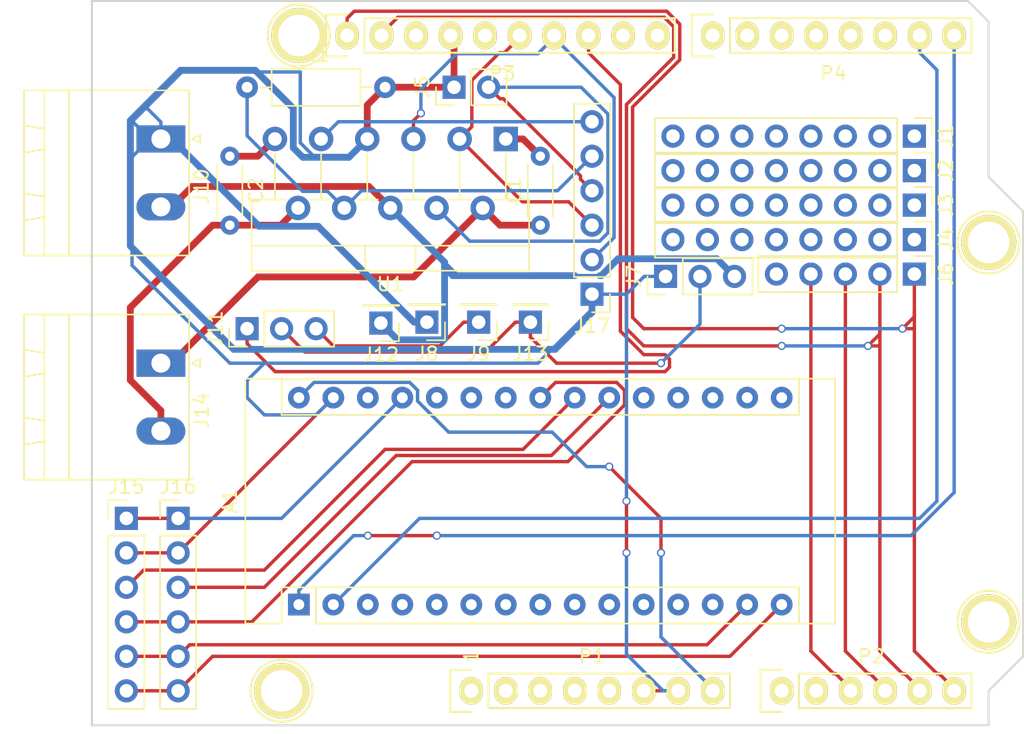
<source format=kicad_pcb>
(kicad_pcb (version 20171130) (host pcbnew "(5.0.0)")

  (general
    (thickness 1.6)
    (drawings 27)
    (tracks 294)
    (zones 0)
    (modules 30)
    (nets 28)
  )

  (page A4)
  (title_block
    (date "lun. 30 mars 2015")
  )

  (layers
    (0 F.Cu signal)
    (31 B.Cu signal)
    (32 B.Adhes user)
    (33 F.Adhes user)
    (34 B.Paste user)
    (35 F.Paste user)
    (36 B.SilkS user)
    (37 F.SilkS user)
    (38 B.Mask user)
    (39 F.Mask user)
    (40 Dwgs.User user)
    (41 Cmts.User user)
    (42 Eco1.User user)
    (43 Eco2.User user)
    (44 Edge.Cuts user)
    (45 Margin user)
    (46 B.CrtYd user)
    (47 F.CrtYd user)
    (48 B.Fab user)
    (49 F.Fab user)
  )

  (setup
    (last_trace_width 0.25)
    (trace_clearance 0.2)
    (zone_clearance 0.508)
    (zone_45_only no)
    (trace_min 0.2)
    (segment_width 0.15)
    (edge_width 0.15)
    (via_size 0.6)
    (via_drill 0.4)
    (via_min_size 0.4)
    (via_min_drill 0.3)
    (uvia_size 0.3)
    (uvia_drill 0.1)
    (uvias_allowed no)
    (uvia_min_size 0.2)
    (uvia_min_drill 0.1)
    (pcb_text_width 0.3)
    (pcb_text_size 1.5 1.5)
    (mod_edge_width 0.15)
    (mod_text_size 1 1)
    (mod_text_width 0.15)
    (pad_size 4.064 4.064)
    (pad_drill 3.048)
    (pad_to_mask_clearance 0)
    (solder_mask_min_width 0.25)
    (aux_axis_origin 110.998 126.365)
    (grid_origin 110.998 126.365)
    (visible_elements 7FFFFFFF)
    (pcbplotparams
      (layerselection 0x010f0_ffffffff)
      (usegerberextensions false)
      (usegerberattributes false)
      (usegerberadvancedattributes false)
      (creategerberjobfile false)
      (excludeedgelayer true)
      (linewidth 0.100000)
      (plotframeref false)
      (viasonmask false)
      (mode 1)
      (useauxorigin false)
      (hpglpennumber 1)
      (hpglpenspeed 20)
      (hpglpendiameter 15.000000)
      (psnegative false)
      (psa4output false)
      (plotreference true)
      (plotvalue true)
      (plotinvisibletext false)
      (padsonsilk false)
      (subtractmaskfromsilk false)
      (outputformat 1)
      (mirror false)
      (drillshape 0)
      (scaleselection 1)
      (outputdirectory "plots/"))
  )

  (net 0 "")
  (net 1 GND)
  (net 2 /Vin)
  (net 3 /A2)
  (net 4 /A3)
  (net 5 "/A4(SDA)")
  (net 6 "/A5(SCL)")
  (net 7 "/1(Tx)")
  (net 8 "/0(Rx)")
  (net 9 "/10(**/SS)")
  (net 10 "/12(MISO)")
  (net 11 "/11(**/MOSI)")
  (net 12 /SS2)
  (net 13 /SS1)
  (net 14 /SCK)
  (net 15 /EncAlim)
  (net 16 /MOSI)
  (net 17 /MISO)
  (net 18 "Net-(C1-Pad1)")
  (net 19 "Net-(C1-Pad2)")
  (net 20 "Net-(C2-Pad2)")
  (net 21 "Net-(C2-Pad1)")
  (net 22 /BR1)
  (net 23 /Bat+)
  (net 24 "Net-(J11-Pad2)")
  (net 25 "Net-(J11-Pad3)")
  (net 26 /CSEN1)
  (net 27 /TF1)

  (net_class Default "This is the default net class."
    (clearance 0.2)
    (trace_width 0.25)
    (via_dia 0.6)
    (via_drill 0.4)
    (uvia_dia 0.3)
    (uvia_drill 0.1)
    (add_net "/0(Rx)")
    (add_net "/1(Tx)")
    (add_net "/10(**/SS)")
    (add_net "/11(**/MOSI)")
    (add_net "/12(MISO)")
    (add_net /A2)
    (add_net /A3)
    (add_net "/A4(SDA)")
    (add_net "/A5(SCL)")
    (add_net /BR1)
    (add_net /Bat+)
    (add_net /CSEN1)
    (add_net /EncAlim)
    (add_net /MISO)
    (add_net /MOSI)
    (add_net /SCK)
    (add_net /SS1)
    (add_net /SS2)
    (add_net /TF1)
    (add_net /Vin)
    (add_net GND)
    (add_net "Net-(C1-Pad1)")
    (add_net "Net-(C1-Pad2)")
    (add_net "Net-(C2-Pad1)")
    (add_net "Net-(C2-Pad2)")
    (add_net "Net-(J11-Pad2)")
    (add_net "Net-(J11-Pad3)")
  )

  (module Socket_Arduino_Uno:Socket_Strip_Arduino_1x08 locked (layer F.Cu) (tedit 552168D2) (tstamp 551AF9EA)
    (at 138.938 123.825)
    (descr "Through hole socket strip")
    (tags "socket strip")
    (path /56D70129)
    (fp_text reference P1 (at 8.89 -2.54) (layer F.SilkS)
      (effects (font (size 1 1) (thickness 0.15)))
    )
    (fp_text value Power (at 8.89 -4.064) (layer F.Fab)
      (effects (font (size 1 1) (thickness 0.15)))
    )
    (fp_line (start -1.75 -1.75) (end -1.75 1.75) (layer F.CrtYd) (width 0.05))
    (fp_line (start 19.55 -1.75) (end 19.55 1.75) (layer F.CrtYd) (width 0.05))
    (fp_line (start -1.75 -1.75) (end 19.55 -1.75) (layer F.CrtYd) (width 0.05))
    (fp_line (start -1.75 1.75) (end 19.55 1.75) (layer F.CrtYd) (width 0.05))
    (fp_line (start 1.27 1.27) (end 19.05 1.27) (layer F.SilkS) (width 0.15))
    (fp_line (start 19.05 1.27) (end 19.05 -1.27) (layer F.SilkS) (width 0.15))
    (fp_line (start 19.05 -1.27) (end 1.27 -1.27) (layer F.SilkS) (width 0.15))
    (fp_line (start -1.55 1.55) (end 0 1.55) (layer F.SilkS) (width 0.15))
    (fp_line (start 1.27 1.27) (end 1.27 -1.27) (layer F.SilkS) (width 0.15))
    (fp_line (start 0 -1.55) (end -1.55 -1.55) (layer F.SilkS) (width 0.15))
    (fp_line (start -1.55 -1.55) (end -1.55 1.55) (layer F.SilkS) (width 0.15))
    (pad 1 thru_hole oval (at 0 0) (size 1.7272 2.032) (drill 1.016) (layers *.Cu *.Mask F.SilkS))
    (pad 2 thru_hole oval (at 2.54 0) (size 1.7272 2.032) (drill 1.016) (layers *.Cu *.Mask F.SilkS))
    (pad 3 thru_hole oval (at 5.08 0) (size 1.7272 2.032) (drill 1.016) (layers *.Cu *.Mask F.SilkS))
    (pad 4 thru_hole oval (at 7.62 0) (size 1.7272 2.032) (drill 1.016) (layers *.Cu *.Mask F.SilkS))
    (pad 5 thru_hole oval (at 10.16 0) (size 1.7272 2.032) (drill 1.016) (layers *.Cu *.Mask F.SilkS))
    (pad 6 thru_hole oval (at 12.7 0) (size 1.7272 2.032) (drill 1.016) (layers *.Cu *.Mask F.SilkS)
      (net 1 GND))
    (pad 7 thru_hole oval (at 15.24 0) (size 1.7272 2.032) (drill 1.016) (layers *.Cu *.Mask F.SilkS)
      (net 1 GND))
    (pad 8 thru_hole oval (at 17.78 0) (size 1.7272 2.032) (drill 1.016) (layers *.Cu *.Mask F.SilkS)
      (net 2 /Vin))
    (model ${KIPRJMOD}/Socket_Arduino_Uno.3dshapes/Socket_header_Arduino_1x08.wrl
      (offset (xyz 8.889999866485596 0 0))
      (scale (xyz 1 1 1))
      (rotate (xyz 0 0 180))
    )
  )

  (module Socket_Arduino_Uno:Socket_Strip_Arduino_1x06 locked (layer F.Cu) (tedit 552168D6) (tstamp 551AF9FF)
    (at 161.798 123.825)
    (descr "Through hole socket strip")
    (tags "socket strip")
    (path /56D70DD8)
    (fp_text reference P2 (at 6.604 -2.54) (layer F.SilkS)
      (effects (font (size 1 1) (thickness 0.15)))
    )
    (fp_text value Analog (at 6.604 -4.064) (layer F.Fab)
      (effects (font (size 1 1) (thickness 0.15)))
    )
    (fp_line (start -1.75 -1.75) (end -1.75 1.75) (layer F.CrtYd) (width 0.05))
    (fp_line (start 14.45 -1.75) (end 14.45 1.75) (layer F.CrtYd) (width 0.05))
    (fp_line (start -1.75 -1.75) (end 14.45 -1.75) (layer F.CrtYd) (width 0.05))
    (fp_line (start -1.75 1.75) (end 14.45 1.75) (layer F.CrtYd) (width 0.05))
    (fp_line (start 1.27 1.27) (end 13.97 1.27) (layer F.SilkS) (width 0.15))
    (fp_line (start 13.97 1.27) (end 13.97 -1.27) (layer F.SilkS) (width 0.15))
    (fp_line (start 13.97 -1.27) (end 1.27 -1.27) (layer F.SilkS) (width 0.15))
    (fp_line (start -1.55 1.55) (end 0 1.55) (layer F.SilkS) (width 0.15))
    (fp_line (start 1.27 1.27) (end 1.27 -1.27) (layer F.SilkS) (width 0.15))
    (fp_line (start 0 -1.55) (end -1.55 -1.55) (layer F.SilkS) (width 0.15))
    (fp_line (start -1.55 -1.55) (end -1.55 1.55) (layer F.SilkS) (width 0.15))
    (pad 1 thru_hole oval (at 0 0) (size 1.7272 2.032) (drill 1.016) (layers *.Cu *.Mask F.SilkS))
    (pad 2 thru_hole oval (at 2.54 0) (size 1.7272 2.032) (drill 1.016) (layers *.Cu *.Mask F.SilkS))
    (pad 3 thru_hole oval (at 5.08 0) (size 1.7272 2.032) (drill 1.016) (layers *.Cu *.Mask F.SilkS)
      (net 3 /A2))
    (pad 4 thru_hole oval (at 7.62 0) (size 1.7272 2.032) (drill 1.016) (layers *.Cu *.Mask F.SilkS)
      (net 4 /A3))
    (pad 5 thru_hole oval (at 10.16 0) (size 1.7272 2.032) (drill 1.016) (layers *.Cu *.Mask F.SilkS)
      (net 5 "/A4(SDA)"))
    (pad 6 thru_hole oval (at 12.7 0) (size 1.7272 2.032) (drill 1.016) (layers *.Cu *.Mask F.SilkS)
      (net 6 "/A5(SCL)"))
    (model ${KIPRJMOD}/Socket_Arduino_Uno.3dshapes/Socket_header_Arduino_1x06.wrl
      (offset (xyz 6.349999904632568 0 0))
      (scale (xyz 1 1 1))
      (rotate (xyz 0 0 180))
    )
  )

  (module Socket_Arduino_Uno:Socket_Strip_Arduino_1x10 locked (layer F.Cu) (tedit 552168BF) (tstamp 551AFA18)
    (at 129.794 75.565)
    (descr "Through hole socket strip")
    (tags "socket strip")
    (path /56D721E0)
    (fp_text reference P3 (at 11.43 2.794) (layer F.SilkS)
      (effects (font (size 1 1) (thickness 0.15)))
    )
    (fp_text value Digital (at 11.43 4.318) (layer F.Fab)
      (effects (font (size 1 1) (thickness 0.15)))
    )
    (fp_line (start -1.75 -1.75) (end -1.75 1.75) (layer F.CrtYd) (width 0.05))
    (fp_line (start 24.65 -1.75) (end 24.65 1.75) (layer F.CrtYd) (width 0.05))
    (fp_line (start -1.75 -1.75) (end 24.65 -1.75) (layer F.CrtYd) (width 0.05))
    (fp_line (start -1.75 1.75) (end 24.65 1.75) (layer F.CrtYd) (width 0.05))
    (fp_line (start 1.27 1.27) (end 24.13 1.27) (layer F.SilkS) (width 0.15))
    (fp_line (start 24.13 1.27) (end 24.13 -1.27) (layer F.SilkS) (width 0.15))
    (fp_line (start 24.13 -1.27) (end 1.27 -1.27) (layer F.SilkS) (width 0.15))
    (fp_line (start -1.55 1.55) (end 0 1.55) (layer F.SilkS) (width 0.15))
    (fp_line (start 1.27 1.27) (end 1.27 -1.27) (layer F.SilkS) (width 0.15))
    (fp_line (start 0 -1.55) (end -1.55 -1.55) (layer F.SilkS) (width 0.15))
    (fp_line (start -1.55 -1.55) (end -1.55 1.55) (layer F.SilkS) (width 0.15))
    (pad 1 thru_hole oval (at 0 0) (size 1.7272 2.032) (drill 1.016) (layers *.Cu *.Mask F.SilkS)
      (net 6 "/A5(SCL)"))
    (pad 2 thru_hole oval (at 2.54 0) (size 1.7272 2.032) (drill 1.016) (layers *.Cu *.Mask F.SilkS)
      (net 5 "/A4(SDA)"))
    (pad 3 thru_hole oval (at 5.08 0) (size 1.7272 2.032) (drill 1.016) (layers *.Cu *.Mask F.SilkS))
    (pad 4 thru_hole oval (at 7.62 0) (size 1.7272 2.032) (drill 1.016) (layers *.Cu *.Mask F.SilkS)
      (net 1 GND))
    (pad 5 thru_hole oval (at 10.16 0) (size 1.7272 2.032) (drill 1.016) (layers *.Cu *.Mask F.SilkS))
    (pad 6 thru_hole oval (at 12.7 0) (size 1.7272 2.032) (drill 1.016) (layers *.Cu *.Mask F.SilkS)
      (net 10 "/12(MISO)"))
    (pad 7 thru_hole oval (at 15.24 0) (size 1.7272 2.032) (drill 1.016) (layers *.Cu *.Mask F.SilkS)
      (net 11 "/11(**/MOSI)"))
    (pad 8 thru_hole oval (at 17.78 0) (size 1.7272 2.032) (drill 1.016) (layers *.Cu *.Mask F.SilkS)
      (net 9 "/10(**/SS)"))
    (pad 9 thru_hole oval (at 20.32 0) (size 1.7272 2.032) (drill 1.016) (layers *.Cu *.Mask F.SilkS))
    (pad 10 thru_hole oval (at 22.86 0) (size 1.7272 2.032) (drill 1.016) (layers *.Cu *.Mask F.SilkS))
    (model ${KIPRJMOD}/Socket_Arduino_Uno.3dshapes/Socket_header_Arduino_1x10.wrl
      (offset (xyz 11.42999982833862 0 0))
      (scale (xyz 1 1 1))
      (rotate (xyz 0 0 180))
    )
  )

  (module Socket_Arduino_Uno:Socket_Strip_Arduino_1x08 locked (layer F.Cu) (tedit 552168C7) (tstamp 551AFA2F)
    (at 156.718 75.565)
    (descr "Through hole socket strip")
    (tags "socket strip")
    (path /56D7164F)
    (fp_text reference P4 (at 8.89 2.794) (layer F.SilkS)
      (effects (font (size 1 1) (thickness 0.15)))
    )
    (fp_text value Digital (at 8.89 4.318) (layer F.Fab)
      (effects (font (size 1 1) (thickness 0.15)))
    )
    (fp_line (start -1.75 -1.75) (end -1.75 1.75) (layer F.CrtYd) (width 0.05))
    (fp_line (start 19.55 -1.75) (end 19.55 1.75) (layer F.CrtYd) (width 0.05))
    (fp_line (start -1.75 -1.75) (end 19.55 -1.75) (layer F.CrtYd) (width 0.05))
    (fp_line (start -1.75 1.75) (end 19.55 1.75) (layer F.CrtYd) (width 0.05))
    (fp_line (start 1.27 1.27) (end 19.05 1.27) (layer F.SilkS) (width 0.15))
    (fp_line (start 19.05 1.27) (end 19.05 -1.27) (layer F.SilkS) (width 0.15))
    (fp_line (start 19.05 -1.27) (end 1.27 -1.27) (layer F.SilkS) (width 0.15))
    (fp_line (start -1.55 1.55) (end 0 1.55) (layer F.SilkS) (width 0.15))
    (fp_line (start 1.27 1.27) (end 1.27 -1.27) (layer F.SilkS) (width 0.15))
    (fp_line (start 0 -1.55) (end -1.55 -1.55) (layer F.SilkS) (width 0.15))
    (fp_line (start -1.55 -1.55) (end -1.55 1.55) (layer F.SilkS) (width 0.15))
    (pad 1 thru_hole oval (at 0 0) (size 1.7272 2.032) (drill 1.016) (layers *.Cu *.Mask F.SilkS))
    (pad 2 thru_hole oval (at 2.54 0) (size 1.7272 2.032) (drill 1.016) (layers *.Cu *.Mask F.SilkS))
    (pad 3 thru_hole oval (at 5.08 0) (size 1.7272 2.032) (drill 1.016) (layers *.Cu *.Mask F.SilkS))
    (pad 4 thru_hole oval (at 7.62 0) (size 1.7272 2.032) (drill 1.016) (layers *.Cu *.Mask F.SilkS))
    (pad 5 thru_hole oval (at 10.16 0) (size 1.7272 2.032) (drill 1.016) (layers *.Cu *.Mask F.SilkS))
    (pad 6 thru_hole oval (at 12.7 0) (size 1.7272 2.032) (drill 1.016) (layers *.Cu *.Mask F.SilkS))
    (pad 7 thru_hole oval (at 15.24 0) (size 1.7272 2.032) (drill 1.016) (layers *.Cu *.Mask F.SilkS)
      (net 7 "/1(Tx)"))
    (pad 8 thru_hole oval (at 17.78 0) (size 1.7272 2.032) (drill 1.016) (layers *.Cu *.Mask F.SilkS)
      (net 8 "/0(Rx)"))
    (model ${KIPRJMOD}/Socket_Arduino_Uno.3dshapes/Socket_header_Arduino_1x08.wrl
      (offset (xyz 8.889999866485596 0 0))
      (scale (xyz 1 1 1))
      (rotate (xyz 0 0 180))
    )
  )

  (module Socket_Arduino_Uno:Arduino_1pin locked (layer F.Cu) (tedit 5524FC39) (tstamp 5524FC3F)
    (at 124.968 123.825)
    (descr "module 1 pin (ou trou mecanique de percage)")
    (tags DEV)
    (path /56D71177)
    (fp_text reference P5 (at 0 -3.048) (layer F.SilkS) hide
      (effects (font (size 1 1) (thickness 0.15)))
    )
    (fp_text value CONN_01X01 (at 0 2.794) (layer F.Fab) hide
      (effects (font (size 1 1) (thickness 0.15)))
    )
    (fp_circle (center 0 0) (end 0 -2.286) (layer F.SilkS) (width 0.15))
    (pad 1 thru_hole circle (at 0 0) (size 4.064 4.064) (drill 3.048) (layers *.Cu *.Mask F.SilkS))
  )

  (module Socket_Arduino_Uno:Arduino_1pin locked (layer F.Cu) (tedit 5524FC4A) (tstamp 5524FC44)
    (at 177.038 118.745)
    (descr "module 1 pin (ou trou mecanique de percage)")
    (tags DEV)
    (path /56D71274)
    (fp_text reference P6 (at 0 -3.048) (layer F.SilkS) hide
      (effects (font (size 1 1) (thickness 0.15)))
    )
    (fp_text value CONN_01X01 (at 0 2.794) (layer F.Fab) hide
      (effects (font (size 1 1) (thickness 0.15)))
    )
    (fp_circle (center 0 0) (end 0 -2.286) (layer F.SilkS) (width 0.15))
    (pad 1 thru_hole circle (at 0 0) (size 4.064 4.064) (drill 3.048) (layers *.Cu *.Mask F.SilkS))
  )

  (module Socket_Arduino_Uno:Arduino_1pin locked (layer F.Cu) (tedit 5524FC2F) (tstamp 5524FC49)
    (at 126.238 75.565)
    (descr "module 1 pin (ou trou mecanique de percage)")
    (tags DEV)
    (path /56D712A8)
    (fp_text reference P7 (at 0 -3.048) (layer F.SilkS) hide
      (effects (font (size 1 1) (thickness 0.15)))
    )
    (fp_text value CONN_01X01 (at 0 2.794) (layer F.Fab) hide
      (effects (font (size 1 1) (thickness 0.15)))
    )
    (fp_circle (center 0 0) (end 0 -2.286) (layer F.SilkS) (width 0.15))
    (pad 1 thru_hole circle (at 0 0) (size 4.064 4.064) (drill 3.048) (layers *.Cu *.Mask F.SilkS))
  )

  (module Socket_Arduino_Uno:Arduino_1pin locked (layer F.Cu) (tedit 5524FC41) (tstamp 5524FC4E)
    (at 177.038 90.805)
    (descr "module 1 pin (ou trou mecanique de percage)")
    (tags DEV)
    (path /56D712DB)
    (fp_text reference P8 (at 0 -3.048) (layer F.SilkS) hide
      (effects (font (size 1 1) (thickness 0.15)))
    )
    (fp_text value CONN_01X01 (at 0 2.794) (layer F.Fab) hide
      (effects (font (size 1 1) (thickness 0.15)))
    )
    (fp_circle (center 0 0) (end 0 -2.286) (layer F.SilkS) (width 0.15))
    (pad 1 thru_hole circle (at 0 0) (size 4.064 4.064) (drill 3.048) (layers *.Cu *.Mask F.SilkS))
  )

  (module Module:Arduino_Nano (layer F.Cu) (tedit 58ACAF70) (tstamp 5C942A2F)
    (at 126.238 117.475 90)
    (descr "Arduino Nano, http://www.mouser.com/pdfdocs/Gravitech_Arduino_Nano3_0.pdf")
    (tags "Arduino Nano")
    (path /5C88C549)
    (fp_text reference A1 (at 7.62 -5.08 90) (layer F.SilkS)
      (effects (font (size 1 1) (thickness 0.15)))
    )
    (fp_text value Arduino_Nano_v3.x (at 8.89 19.05 180) (layer F.Fab)
      (effects (font (size 1 1) (thickness 0.15)))
    )
    (fp_text user %R (at 6.35 19.05 180) (layer F.Fab)
      (effects (font (size 1 1) (thickness 0.15)))
    )
    (fp_line (start 1.27 1.27) (end 1.27 -1.27) (layer F.SilkS) (width 0.12))
    (fp_line (start 1.27 -1.27) (end -1.4 -1.27) (layer F.SilkS) (width 0.12))
    (fp_line (start -1.4 1.27) (end -1.4 39.5) (layer F.SilkS) (width 0.12))
    (fp_line (start -1.4 -3.94) (end -1.4 -1.27) (layer F.SilkS) (width 0.12))
    (fp_line (start 13.97 -1.27) (end 16.64 -1.27) (layer F.SilkS) (width 0.12))
    (fp_line (start 13.97 -1.27) (end 13.97 36.83) (layer F.SilkS) (width 0.12))
    (fp_line (start 13.97 36.83) (end 16.64 36.83) (layer F.SilkS) (width 0.12))
    (fp_line (start 1.27 1.27) (end -1.4 1.27) (layer F.SilkS) (width 0.12))
    (fp_line (start 1.27 1.27) (end 1.27 36.83) (layer F.SilkS) (width 0.12))
    (fp_line (start 1.27 36.83) (end -1.4 36.83) (layer F.SilkS) (width 0.12))
    (fp_line (start 3.81 31.75) (end 11.43 31.75) (layer F.Fab) (width 0.1))
    (fp_line (start 11.43 31.75) (end 11.43 41.91) (layer F.Fab) (width 0.1))
    (fp_line (start 11.43 41.91) (end 3.81 41.91) (layer F.Fab) (width 0.1))
    (fp_line (start 3.81 41.91) (end 3.81 31.75) (layer F.Fab) (width 0.1))
    (fp_line (start -1.4 39.5) (end 16.64 39.5) (layer F.SilkS) (width 0.12))
    (fp_line (start 16.64 39.5) (end 16.64 -3.94) (layer F.SilkS) (width 0.12))
    (fp_line (start 16.64 -3.94) (end -1.4 -3.94) (layer F.SilkS) (width 0.12))
    (fp_line (start 16.51 39.37) (end -1.27 39.37) (layer F.Fab) (width 0.1))
    (fp_line (start -1.27 39.37) (end -1.27 -2.54) (layer F.Fab) (width 0.1))
    (fp_line (start -1.27 -2.54) (end 0 -3.81) (layer F.Fab) (width 0.1))
    (fp_line (start 0 -3.81) (end 16.51 -3.81) (layer F.Fab) (width 0.1))
    (fp_line (start 16.51 -3.81) (end 16.51 39.37) (layer F.Fab) (width 0.1))
    (fp_line (start -1.53 -4.06) (end 16.75 -4.06) (layer F.CrtYd) (width 0.05))
    (fp_line (start -1.53 -4.06) (end -1.53 42.16) (layer F.CrtYd) (width 0.05))
    (fp_line (start 16.75 42.16) (end 16.75 -4.06) (layer F.CrtYd) (width 0.05))
    (fp_line (start 16.75 42.16) (end -1.53 42.16) (layer F.CrtYd) (width 0.05))
    (pad 1 thru_hole rect (at 0 0 90) (size 1.6 1.6) (drill 0.8) (layers *.Cu *.Mask)
      (net 8 "/0(Rx)"))
    (pad 17 thru_hole oval (at 15.24 33.02 90) (size 1.6 1.6) (drill 0.8) (layers *.Cu *.Mask))
    (pad 2 thru_hole oval (at 0 2.54 90) (size 1.6 1.6) (drill 0.8) (layers *.Cu *.Mask)
      (net 7 "/1(Tx)"))
    (pad 18 thru_hole oval (at 15.24 30.48 90) (size 1.6 1.6) (drill 0.8) (layers *.Cu *.Mask))
    (pad 3 thru_hole oval (at 0 5.08 90) (size 1.6 1.6) (drill 0.8) (layers *.Cu *.Mask))
    (pad 19 thru_hole oval (at 15.24 27.94 90) (size 1.6 1.6) (drill 0.8) (layers *.Cu *.Mask))
    (pad 4 thru_hole oval (at 0 7.62 90) (size 1.6 1.6) (drill 0.8) (layers *.Cu *.Mask))
    (pad 20 thru_hole oval (at 15.24 25.4 90) (size 1.6 1.6) (drill 0.8) (layers *.Cu *.Mask))
    (pad 5 thru_hole oval (at 0 10.16 90) (size 1.6 1.6) (drill 0.8) (layers *.Cu *.Mask))
    (pad 21 thru_hole oval (at 15.24 22.86 90) (size 1.6 1.6) (drill 0.8) (layers *.Cu *.Mask)
      (net 12 /SS2))
    (pad 6 thru_hole oval (at 0 12.7 90) (size 1.6 1.6) (drill 0.8) (layers *.Cu *.Mask))
    (pad 22 thru_hole oval (at 15.24 20.32 90) (size 1.6 1.6) (drill 0.8) (layers *.Cu *.Mask)
      (net 13 /SS1))
    (pad 7 thru_hole oval (at 0 15.24 90) (size 1.6 1.6) (drill 0.8) (layers *.Cu *.Mask))
    (pad 23 thru_hole oval (at 15.24 17.78 90) (size 1.6 1.6) (drill 0.8) (layers *.Cu *.Mask)
      (net 14 /SCK))
    (pad 8 thru_hole oval (at 0 17.78 90) (size 1.6 1.6) (drill 0.8) (layers *.Cu *.Mask))
    (pad 24 thru_hole oval (at 15.24 15.24 90) (size 1.6 1.6) (drill 0.8) (layers *.Cu *.Mask))
    (pad 9 thru_hole oval (at 0 20.32 90) (size 1.6 1.6) (drill 0.8) (layers *.Cu *.Mask))
    (pad 25 thru_hole oval (at 15.24 12.7 90) (size 1.6 1.6) (drill 0.8) (layers *.Cu *.Mask))
    (pad 10 thru_hole oval (at 0 22.86 90) (size 1.6 1.6) (drill 0.8) (layers *.Cu *.Mask))
    (pad 26 thru_hole oval (at 15.24 10.16 90) (size 1.6 1.6) (drill 0.8) (layers *.Cu *.Mask))
    (pad 11 thru_hole oval (at 0 25.4 90) (size 1.6 1.6) (drill 0.8) (layers *.Cu *.Mask))
    (pad 27 thru_hole oval (at 15.24 7.62 90) (size 1.6 1.6) (drill 0.8) (layers *.Cu *.Mask)
      (net 15 /EncAlim))
    (pad 12 thru_hole oval (at 0 27.94 90) (size 1.6 1.6) (drill 0.8) (layers *.Cu *.Mask))
    (pad 28 thru_hole oval (at 15.24 5.08 90) (size 1.6 1.6) (drill 0.8) (layers *.Cu *.Mask))
    (pad 13 thru_hole oval (at 0 30.48 90) (size 1.6 1.6) (drill 0.8) (layers *.Cu *.Mask))
    (pad 29 thru_hole oval (at 15.24 2.54 90) (size 1.6 1.6) (drill 0.8) (layers *.Cu *.Mask)
      (net 1 GND))
    (pad 14 thru_hole oval (at 0 33.02 90) (size 1.6 1.6) (drill 0.8) (layers *.Cu *.Mask)
      (net 16 /MOSI))
    (pad 30 thru_hole oval (at 15.24 0 90) (size 1.6 1.6) (drill 0.8) (layers *.Cu *.Mask)
      (net 2 /Vin))
    (pad 15 thru_hole oval (at 0 35.56 90) (size 1.6 1.6) (drill 0.8) (layers *.Cu *.Mask)
      (net 17 /MISO))
    (pad 16 thru_hole oval (at 15.24 35.56 90) (size 1.6 1.6) (drill 0.8) (layers *.Cu *.Mask))
    (model ${KISYS3DMOD}/Module.3dshapes/Arduino_Nano_WithMountingHoles.wrl
      (at (xyz 0 0 0))
      (scale (xyz 1 1 1))
      (rotate (xyz 0 0 0))
    )
  )

  (module Resistor_THT:R_Axial_DIN0204_L3.6mm_D1.6mm_P5.08mm_Horizontal (layer F.Cu) (tedit 5AE5139B) (tstamp 5C942A42)
    (at 144.018 89.535 90)
    (descr "Resistor, Axial_DIN0204 series, Axial, Horizontal, pin pitch=5.08mm, 0.167W, length*diameter=3.6*1.6mm^2, http://cdn-reichelt.de/documents/datenblatt/B400/1_4W%23YAG.pdf")
    (tags "Resistor Axial_DIN0204 series Axial Horizontal pin pitch 5.08mm 0.167W length 3.6mm diameter 1.6mm")
    (path /5C913115)
    (fp_text reference C1 (at 2.54 -1.92 90) (layer F.SilkS)
      (effects (font (size 1 1) (thickness 0.15)))
    )
    (fp_text value 10nF (at 2.54 1.92 90) (layer F.Fab)
      (effects (font (size 1 1) (thickness 0.15)))
    )
    (fp_line (start 0.74 -0.8) (end 0.74 0.8) (layer F.Fab) (width 0.1))
    (fp_line (start 0.74 0.8) (end 4.34 0.8) (layer F.Fab) (width 0.1))
    (fp_line (start 4.34 0.8) (end 4.34 -0.8) (layer F.Fab) (width 0.1))
    (fp_line (start 4.34 -0.8) (end 0.74 -0.8) (layer F.Fab) (width 0.1))
    (fp_line (start 0 0) (end 0.74 0) (layer F.Fab) (width 0.1))
    (fp_line (start 5.08 0) (end 4.34 0) (layer F.Fab) (width 0.1))
    (fp_line (start 0.62 -0.92) (end 4.46 -0.92) (layer F.SilkS) (width 0.12))
    (fp_line (start 0.62 0.92) (end 4.46 0.92) (layer F.SilkS) (width 0.12))
    (fp_line (start -0.95 -1.05) (end -0.95 1.05) (layer F.CrtYd) (width 0.05))
    (fp_line (start -0.95 1.05) (end 6.03 1.05) (layer F.CrtYd) (width 0.05))
    (fp_line (start 6.03 1.05) (end 6.03 -1.05) (layer F.CrtYd) (width 0.05))
    (fp_line (start 6.03 -1.05) (end -0.95 -1.05) (layer F.CrtYd) (width 0.05))
    (fp_text user %R (at 2.54 0 90) (layer F.Fab)
      (effects (font (size 0.72 0.72) (thickness 0.108)))
    )
    (pad 1 thru_hole circle (at 0 0 90) (size 1.4 1.4) (drill 0.7) (layers *.Cu *.Mask)
      (net 18 "Net-(C1-Pad1)"))
    (pad 2 thru_hole oval (at 5.08 0 90) (size 1.4 1.4) (drill 0.7) (layers *.Cu *.Mask)
      (net 19 "Net-(C1-Pad2)"))
    (model ${KISYS3DMOD}/Resistor_THT.3dshapes/R_Axial_DIN0204_L3.6mm_D1.6mm_P5.08mm_Horizontal.wrl
      (at (xyz 0 0 0))
      (scale (xyz 1 1 1))
      (rotate (xyz 0 0 0))
    )
  )

  (module Resistor_THT:R_Axial_DIN0204_L3.6mm_D1.6mm_P5.08mm_Horizontal (layer F.Cu) (tedit 5AE5139B) (tstamp 5C942A55)
    (at 121.158 84.455 270)
    (descr "Resistor, Axial_DIN0204 series, Axial, Horizontal, pin pitch=5.08mm, 0.167W, length*diameter=3.6*1.6mm^2, http://cdn-reichelt.de/documents/datenblatt/B400/1_4W%23YAG.pdf")
    (tags "Resistor Axial_DIN0204 series Axial Horizontal pin pitch 5.08mm 0.167W length 3.6mm diameter 1.6mm")
    (path /5C91311C)
    (fp_text reference C2 (at 2.54 -1.92 270) (layer F.SilkS)
      (effects (font (size 1 1) (thickness 0.15)))
    )
    (fp_text value 10nF (at 2.54 1.92 270) (layer F.Fab)
      (effects (font (size 1 1) (thickness 0.15)))
    )
    (fp_text user %R (at 2.54 0 270) (layer F.Fab)
      (effects (font (size 0.72 0.72) (thickness 0.108)))
    )
    (fp_line (start 6.03 -1.05) (end -0.95 -1.05) (layer F.CrtYd) (width 0.05))
    (fp_line (start 6.03 1.05) (end 6.03 -1.05) (layer F.CrtYd) (width 0.05))
    (fp_line (start -0.95 1.05) (end 6.03 1.05) (layer F.CrtYd) (width 0.05))
    (fp_line (start -0.95 -1.05) (end -0.95 1.05) (layer F.CrtYd) (width 0.05))
    (fp_line (start 0.62 0.92) (end 4.46 0.92) (layer F.SilkS) (width 0.12))
    (fp_line (start 0.62 -0.92) (end 4.46 -0.92) (layer F.SilkS) (width 0.12))
    (fp_line (start 5.08 0) (end 4.34 0) (layer F.Fab) (width 0.1))
    (fp_line (start 0 0) (end 0.74 0) (layer F.Fab) (width 0.1))
    (fp_line (start 4.34 -0.8) (end 0.74 -0.8) (layer F.Fab) (width 0.1))
    (fp_line (start 4.34 0.8) (end 4.34 -0.8) (layer F.Fab) (width 0.1))
    (fp_line (start 0.74 0.8) (end 4.34 0.8) (layer F.Fab) (width 0.1))
    (fp_line (start 0.74 -0.8) (end 0.74 0.8) (layer F.Fab) (width 0.1))
    (pad 2 thru_hole oval (at 5.08 0 270) (size 1.4 1.4) (drill 0.7) (layers *.Cu *.Mask)
      (net 20 "Net-(C2-Pad2)"))
    (pad 1 thru_hole circle (at 0 0 270) (size 1.4 1.4) (drill 0.7) (layers *.Cu *.Mask)
      (net 21 "Net-(C2-Pad1)"))
    (model ${KISYS3DMOD}/Resistor_THT.3dshapes/R_Axial_DIN0204_L3.6mm_D1.6mm_P5.08mm_Horizontal.wrl
      (at (xyz 0 0 0))
      (scale (xyz 1 1 1))
      (rotate (xyz 0 0 0))
    )
  )

  (module Connector_PinHeader_2.54mm:PinHeader_1x08_P2.54mm_Vertical (layer F.Cu) (tedit 59FED5CC) (tstamp 5C942A71)
    (at 171.56811 82.975879 270)
    (descr "Through hole straight pin header, 1x08, 2.54mm pitch, single row")
    (tags "Through hole pin header THT 1x08 2.54mm single row")
    (path /5C962EB5)
    (fp_text reference J1 (at 0 -2.33 270) (layer F.SilkS)
      (effects (font (size 1 1) (thickness 0.15)))
    )
    (fp_text value Conn_01x08 (at 0 20.11 270) (layer F.Fab)
      (effects (font (size 1 1) (thickness 0.15)))
    )
    (fp_text user %R (at 0 8.89) (layer F.Fab)
      (effects (font (size 1 1) (thickness 0.15)))
    )
    (fp_line (start 1.8 -1.8) (end -1.8 -1.8) (layer F.CrtYd) (width 0.05))
    (fp_line (start 1.8 19.55) (end 1.8 -1.8) (layer F.CrtYd) (width 0.05))
    (fp_line (start -1.8 19.55) (end 1.8 19.55) (layer F.CrtYd) (width 0.05))
    (fp_line (start -1.8 -1.8) (end -1.8 19.55) (layer F.CrtYd) (width 0.05))
    (fp_line (start -1.33 -1.33) (end 0 -1.33) (layer F.SilkS) (width 0.12))
    (fp_line (start -1.33 0) (end -1.33 -1.33) (layer F.SilkS) (width 0.12))
    (fp_line (start -1.33 1.27) (end 1.33 1.27) (layer F.SilkS) (width 0.12))
    (fp_line (start 1.33 1.27) (end 1.33 19.11) (layer F.SilkS) (width 0.12))
    (fp_line (start -1.33 1.27) (end -1.33 19.11) (layer F.SilkS) (width 0.12))
    (fp_line (start -1.33 19.11) (end 1.33 19.11) (layer F.SilkS) (width 0.12))
    (fp_line (start -1.27 -0.635) (end -0.635 -1.27) (layer F.Fab) (width 0.1))
    (fp_line (start -1.27 19.05) (end -1.27 -0.635) (layer F.Fab) (width 0.1))
    (fp_line (start 1.27 19.05) (end -1.27 19.05) (layer F.Fab) (width 0.1))
    (fp_line (start 1.27 -1.27) (end 1.27 19.05) (layer F.Fab) (width 0.1))
    (fp_line (start -0.635 -1.27) (end 1.27 -1.27) (layer F.Fab) (width 0.1))
    (pad 8 thru_hole oval (at 0 17.78 270) (size 1.7 1.7) (drill 1) (layers *.Cu *.Mask))
    (pad 7 thru_hole oval (at 0 15.24 270) (size 1.7 1.7) (drill 1) (layers *.Cu *.Mask))
    (pad 6 thru_hole oval (at 0 12.7 270) (size 1.7 1.7) (drill 1) (layers *.Cu *.Mask))
    (pad 5 thru_hole oval (at 0 10.16 270) (size 1.7 1.7) (drill 1) (layers *.Cu *.Mask))
    (pad 4 thru_hole oval (at 0 7.62 270) (size 1.7 1.7) (drill 1) (layers *.Cu *.Mask))
    (pad 3 thru_hole oval (at 0 5.08 270) (size 1.7 1.7) (drill 1) (layers *.Cu *.Mask))
    (pad 2 thru_hole oval (at 0 2.54 270) (size 1.7 1.7) (drill 1) (layers *.Cu *.Mask))
    (pad 1 thru_hole rect (at 0 0 270) (size 1.7 1.7) (drill 1) (layers *.Cu *.Mask))
    (model ${KISYS3DMOD}/Connector_PinHeader_2.54mm.3dshapes/PinHeader_1x08_P2.54mm_Vertical.wrl
      (at (xyz 0 0 0))
      (scale (xyz 1 1 1))
      (rotate (xyz 0 0 0))
    )
  )

  (module Connector_PinHeader_2.54mm:PinHeader_1x08_P2.54mm_Vertical (layer F.Cu) (tedit 59FED5CC) (tstamp 5C942A8D)
    (at 171.56811 85.515879 270)
    (descr "Through hole straight pin header, 1x08, 2.54mm pitch, single row")
    (tags "Through hole pin header THT 1x08 2.54mm single row")
    (path /5C960427)
    (fp_text reference J2 (at 0 -2.33 270) (layer F.SilkS)
      (effects (font (size 1 1) (thickness 0.15)))
    )
    (fp_text value Conn_01x08 (at 0 20.11 270) (layer F.Fab)
      (effects (font (size 1 1) (thickness 0.15)))
    )
    (fp_line (start -0.635 -1.27) (end 1.27 -1.27) (layer F.Fab) (width 0.1))
    (fp_line (start 1.27 -1.27) (end 1.27 19.05) (layer F.Fab) (width 0.1))
    (fp_line (start 1.27 19.05) (end -1.27 19.05) (layer F.Fab) (width 0.1))
    (fp_line (start -1.27 19.05) (end -1.27 -0.635) (layer F.Fab) (width 0.1))
    (fp_line (start -1.27 -0.635) (end -0.635 -1.27) (layer F.Fab) (width 0.1))
    (fp_line (start -1.33 19.11) (end 1.33 19.11) (layer F.SilkS) (width 0.12))
    (fp_line (start -1.33 1.27) (end -1.33 19.11) (layer F.SilkS) (width 0.12))
    (fp_line (start 1.33 1.27) (end 1.33 19.11) (layer F.SilkS) (width 0.12))
    (fp_line (start -1.33 1.27) (end 1.33 1.27) (layer F.SilkS) (width 0.12))
    (fp_line (start -1.33 0) (end -1.33 -1.33) (layer F.SilkS) (width 0.12))
    (fp_line (start -1.33 -1.33) (end 0 -1.33) (layer F.SilkS) (width 0.12))
    (fp_line (start -1.8 -1.8) (end -1.8 19.55) (layer F.CrtYd) (width 0.05))
    (fp_line (start -1.8 19.55) (end 1.8 19.55) (layer F.CrtYd) (width 0.05))
    (fp_line (start 1.8 19.55) (end 1.8 -1.8) (layer F.CrtYd) (width 0.05))
    (fp_line (start 1.8 -1.8) (end -1.8 -1.8) (layer F.CrtYd) (width 0.05))
    (fp_text user %R (at 0 8.89) (layer F.Fab)
      (effects (font (size 1 1) (thickness 0.15)))
    )
    (pad 1 thru_hole rect (at 0 0 270) (size 1.7 1.7) (drill 1) (layers *.Cu *.Mask))
    (pad 2 thru_hole oval (at 0 2.54 270) (size 1.7 1.7) (drill 1) (layers *.Cu *.Mask))
    (pad 3 thru_hole oval (at 0 5.08 270) (size 1.7 1.7) (drill 1) (layers *.Cu *.Mask))
    (pad 4 thru_hole oval (at 0 7.62 270) (size 1.7 1.7) (drill 1) (layers *.Cu *.Mask))
    (pad 5 thru_hole oval (at 0 10.16 270) (size 1.7 1.7) (drill 1) (layers *.Cu *.Mask))
    (pad 6 thru_hole oval (at 0 12.7 270) (size 1.7 1.7) (drill 1) (layers *.Cu *.Mask))
    (pad 7 thru_hole oval (at 0 15.24 270) (size 1.7 1.7) (drill 1) (layers *.Cu *.Mask))
    (pad 8 thru_hole oval (at 0 17.78 270) (size 1.7 1.7) (drill 1) (layers *.Cu *.Mask))
    (model ${KISYS3DMOD}/Connector_PinHeader_2.54mm.3dshapes/PinHeader_1x08_P2.54mm_Vertical.wrl
      (at (xyz 0 0 0))
      (scale (xyz 1 1 1))
      (rotate (xyz 0 0 0))
    )
  )

  (module Connector_PinHeader_2.54mm:PinHeader_1x08_P2.54mm_Vertical (layer F.Cu) (tedit 59FED5CC) (tstamp 5C942AA9)
    (at 171.56811 88.055879 270)
    (descr "Through hole straight pin header, 1x08, 2.54mm pitch, single row")
    (tags "Through hole pin header THT 1x08 2.54mm single row")
    (path /5C95DA08)
    (fp_text reference J3 (at 0 -2.33 270) (layer F.SilkS)
      (effects (font (size 1 1) (thickness 0.15)))
    )
    (fp_text value Conn_01x08 (at 0 20.11 270) (layer F.Fab)
      (effects (font (size 1 1) (thickness 0.15)))
    )
    (fp_text user %R (at 0 8.89) (layer F.Fab)
      (effects (font (size 1 1) (thickness 0.15)))
    )
    (fp_line (start 1.8 -1.8) (end -1.8 -1.8) (layer F.CrtYd) (width 0.05))
    (fp_line (start 1.8 19.55) (end 1.8 -1.8) (layer F.CrtYd) (width 0.05))
    (fp_line (start -1.8 19.55) (end 1.8 19.55) (layer F.CrtYd) (width 0.05))
    (fp_line (start -1.8 -1.8) (end -1.8 19.55) (layer F.CrtYd) (width 0.05))
    (fp_line (start -1.33 -1.33) (end 0 -1.33) (layer F.SilkS) (width 0.12))
    (fp_line (start -1.33 0) (end -1.33 -1.33) (layer F.SilkS) (width 0.12))
    (fp_line (start -1.33 1.27) (end 1.33 1.27) (layer F.SilkS) (width 0.12))
    (fp_line (start 1.33 1.27) (end 1.33 19.11) (layer F.SilkS) (width 0.12))
    (fp_line (start -1.33 1.27) (end -1.33 19.11) (layer F.SilkS) (width 0.12))
    (fp_line (start -1.33 19.11) (end 1.33 19.11) (layer F.SilkS) (width 0.12))
    (fp_line (start -1.27 -0.635) (end -0.635 -1.27) (layer F.Fab) (width 0.1))
    (fp_line (start -1.27 19.05) (end -1.27 -0.635) (layer F.Fab) (width 0.1))
    (fp_line (start 1.27 19.05) (end -1.27 19.05) (layer F.Fab) (width 0.1))
    (fp_line (start 1.27 -1.27) (end 1.27 19.05) (layer F.Fab) (width 0.1))
    (fp_line (start -0.635 -1.27) (end 1.27 -1.27) (layer F.Fab) (width 0.1))
    (pad 8 thru_hole oval (at 0 17.78 270) (size 1.7 1.7) (drill 1) (layers *.Cu *.Mask))
    (pad 7 thru_hole oval (at 0 15.24 270) (size 1.7 1.7) (drill 1) (layers *.Cu *.Mask))
    (pad 6 thru_hole oval (at 0 12.7 270) (size 1.7 1.7) (drill 1) (layers *.Cu *.Mask))
    (pad 5 thru_hole oval (at 0 10.16 270) (size 1.7 1.7) (drill 1) (layers *.Cu *.Mask))
    (pad 4 thru_hole oval (at 0 7.62 270) (size 1.7 1.7) (drill 1) (layers *.Cu *.Mask))
    (pad 3 thru_hole oval (at 0 5.08 270) (size 1.7 1.7) (drill 1) (layers *.Cu *.Mask))
    (pad 2 thru_hole oval (at 0 2.54 270) (size 1.7 1.7) (drill 1) (layers *.Cu *.Mask))
    (pad 1 thru_hole rect (at 0 0 270) (size 1.7 1.7) (drill 1) (layers *.Cu *.Mask))
    (model ${KISYS3DMOD}/Connector_PinHeader_2.54mm.3dshapes/PinHeader_1x08_P2.54mm_Vertical.wrl
      (at (xyz 0 0 0))
      (scale (xyz 1 1 1))
      (rotate (xyz 0 0 0))
    )
  )

  (module Connector_PinHeader_2.54mm:PinHeader_1x08_P2.54mm_Vertical (layer F.Cu) (tedit 59FED5CC) (tstamp 5C942AC5)
    (at 171.56811 90.595879 270)
    (descr "Through hole straight pin header, 1x08, 2.54mm pitch, single row")
    (tags "Through hole pin header THT 1x08 2.54mm single row")
    (path /5C95D858)
    (fp_text reference J4 (at 0 -2.33 270) (layer F.SilkS)
      (effects (font (size 1 1) (thickness 0.15)))
    )
    (fp_text value Conn_01x08 (at 0 20.11 270) (layer F.Fab)
      (effects (font (size 1 1) (thickness 0.15)))
    )
    (fp_line (start -0.635 -1.27) (end 1.27 -1.27) (layer F.Fab) (width 0.1))
    (fp_line (start 1.27 -1.27) (end 1.27 19.05) (layer F.Fab) (width 0.1))
    (fp_line (start 1.27 19.05) (end -1.27 19.05) (layer F.Fab) (width 0.1))
    (fp_line (start -1.27 19.05) (end -1.27 -0.635) (layer F.Fab) (width 0.1))
    (fp_line (start -1.27 -0.635) (end -0.635 -1.27) (layer F.Fab) (width 0.1))
    (fp_line (start -1.33 19.11) (end 1.33 19.11) (layer F.SilkS) (width 0.12))
    (fp_line (start -1.33 1.27) (end -1.33 19.11) (layer F.SilkS) (width 0.12))
    (fp_line (start 1.33 1.27) (end 1.33 19.11) (layer F.SilkS) (width 0.12))
    (fp_line (start -1.33 1.27) (end 1.33 1.27) (layer F.SilkS) (width 0.12))
    (fp_line (start -1.33 0) (end -1.33 -1.33) (layer F.SilkS) (width 0.12))
    (fp_line (start -1.33 -1.33) (end 0 -1.33) (layer F.SilkS) (width 0.12))
    (fp_line (start -1.8 -1.8) (end -1.8 19.55) (layer F.CrtYd) (width 0.05))
    (fp_line (start -1.8 19.55) (end 1.8 19.55) (layer F.CrtYd) (width 0.05))
    (fp_line (start 1.8 19.55) (end 1.8 -1.8) (layer F.CrtYd) (width 0.05))
    (fp_line (start 1.8 -1.8) (end -1.8 -1.8) (layer F.CrtYd) (width 0.05))
    (fp_text user %R (at 0 8.89) (layer F.Fab)
      (effects (font (size 1 1) (thickness 0.15)))
    )
    (pad 1 thru_hole rect (at 0 0 270) (size 1.7 1.7) (drill 1) (layers *.Cu *.Mask))
    (pad 2 thru_hole oval (at 0 2.54 270) (size 1.7 1.7) (drill 1) (layers *.Cu *.Mask))
    (pad 3 thru_hole oval (at 0 5.08 270) (size 1.7 1.7) (drill 1) (layers *.Cu *.Mask))
    (pad 4 thru_hole oval (at 0 7.62 270) (size 1.7 1.7) (drill 1) (layers *.Cu *.Mask))
    (pad 5 thru_hole oval (at 0 10.16 270) (size 1.7 1.7) (drill 1) (layers *.Cu *.Mask))
    (pad 6 thru_hole oval (at 0 12.7 270) (size 1.7 1.7) (drill 1) (layers *.Cu *.Mask))
    (pad 7 thru_hole oval (at 0 15.24 270) (size 1.7 1.7) (drill 1) (layers *.Cu *.Mask))
    (pad 8 thru_hole oval (at 0 17.78 270) (size 1.7 1.7) (drill 1) (layers *.Cu *.Mask))
    (model ${KISYS3DMOD}/Connector_PinHeader_2.54mm.3dshapes/PinHeader_1x08_P2.54mm_Vertical.wrl
      (at (xyz 0 0 0))
      (scale (xyz 1 1 1))
      (rotate (xyz 0 0 0))
    )
  )

  (module Connector_PinHeader_2.54mm:PinHeader_1x02_P2.54mm_Vertical (layer F.Cu) (tedit 59FED5CC) (tstamp 5C942ADB)
    (at 137.668 79.375 90)
    (descr "Through hole straight pin header, 1x02, 2.54mm pitch, single row")
    (tags "Through hole pin header THT 1x02 2.54mm single row")
    (path /5C913136)
    (fp_text reference J5 (at 0 -2.33 90) (layer F.SilkS)
      (effects (font (size 1 1) (thickness 0.15)))
    )
    (fp_text value Conn_01x02 (at 0 4.87 90) (layer F.Fab)
      (effects (font (size 1 1) (thickness 0.15)))
    )
    (fp_line (start -0.635 -1.27) (end 1.27 -1.27) (layer F.Fab) (width 0.1))
    (fp_line (start 1.27 -1.27) (end 1.27 3.81) (layer F.Fab) (width 0.1))
    (fp_line (start 1.27 3.81) (end -1.27 3.81) (layer F.Fab) (width 0.1))
    (fp_line (start -1.27 3.81) (end -1.27 -0.635) (layer F.Fab) (width 0.1))
    (fp_line (start -1.27 -0.635) (end -0.635 -1.27) (layer F.Fab) (width 0.1))
    (fp_line (start -1.33 3.87) (end 1.33 3.87) (layer F.SilkS) (width 0.12))
    (fp_line (start -1.33 1.27) (end -1.33 3.87) (layer F.SilkS) (width 0.12))
    (fp_line (start 1.33 1.27) (end 1.33 3.87) (layer F.SilkS) (width 0.12))
    (fp_line (start -1.33 1.27) (end 1.33 1.27) (layer F.SilkS) (width 0.12))
    (fp_line (start -1.33 0) (end -1.33 -1.33) (layer F.SilkS) (width 0.12))
    (fp_line (start -1.33 -1.33) (end 0 -1.33) (layer F.SilkS) (width 0.12))
    (fp_line (start -1.8 -1.8) (end -1.8 4.35) (layer F.CrtYd) (width 0.05))
    (fp_line (start -1.8 4.35) (end 1.8 4.35) (layer F.CrtYd) (width 0.05))
    (fp_line (start 1.8 4.35) (end 1.8 -1.8) (layer F.CrtYd) (width 0.05))
    (fp_line (start 1.8 -1.8) (end -1.8 -1.8) (layer F.CrtYd) (width 0.05))
    (fp_text user %R (at 0 1.27 180) (layer F.Fab)
      (effects (font (size 1 1) (thickness 0.15)))
    )
    (pad 1 thru_hole rect (at 0 0 90) (size 1.7 1.7) (drill 1) (layers *.Cu *.Mask)
      (net 1 GND))
    (pad 2 thru_hole oval (at 0 2.54 90) (size 1.7 1.7) (drill 1) (layers *.Cu *.Mask)
      (net 22 /BR1))
    (model ${KISYS3DMOD}/Connector_PinHeader_2.54mm.3dshapes/PinHeader_1x02_P2.54mm_Vertical.wrl
      (at (xyz 0 0 0))
      (scale (xyz 1 1 1))
      (rotate (xyz 0 0 0))
    )
  )

  (module Connector_PinHeader_2.54mm:PinHeader_1x05_P2.54mm_Vertical (layer F.Cu) (tedit 59FED5CC) (tstamp 5C942AF4)
    (at 171.56811 93.135879 270)
    (descr "Through hole straight pin header, 1x05, 2.54mm pitch, single row")
    (tags "Through hole pin header THT 1x05 2.54mm single row")
    (path /5C95127B)
    (fp_text reference J6 (at 0 -2.33 270) (layer F.SilkS)
      (effects (font (size 1 1) (thickness 0.15)))
    )
    (fp_text value Conn_01x05 (at 0 12.49 270) (layer F.Fab)
      (effects (font (size 1 1) (thickness 0.15)))
    )
    (fp_line (start -0.635 -1.27) (end 1.27 -1.27) (layer F.Fab) (width 0.1))
    (fp_line (start 1.27 -1.27) (end 1.27 11.43) (layer F.Fab) (width 0.1))
    (fp_line (start 1.27 11.43) (end -1.27 11.43) (layer F.Fab) (width 0.1))
    (fp_line (start -1.27 11.43) (end -1.27 -0.635) (layer F.Fab) (width 0.1))
    (fp_line (start -1.27 -0.635) (end -0.635 -1.27) (layer F.Fab) (width 0.1))
    (fp_line (start -1.33 11.49) (end 1.33 11.49) (layer F.SilkS) (width 0.12))
    (fp_line (start -1.33 1.27) (end -1.33 11.49) (layer F.SilkS) (width 0.12))
    (fp_line (start 1.33 1.27) (end 1.33 11.49) (layer F.SilkS) (width 0.12))
    (fp_line (start -1.33 1.27) (end 1.33 1.27) (layer F.SilkS) (width 0.12))
    (fp_line (start -1.33 0) (end -1.33 -1.33) (layer F.SilkS) (width 0.12))
    (fp_line (start -1.33 -1.33) (end 0 -1.33) (layer F.SilkS) (width 0.12))
    (fp_line (start -1.8 -1.8) (end -1.8 11.95) (layer F.CrtYd) (width 0.05))
    (fp_line (start -1.8 11.95) (end 1.8 11.95) (layer F.CrtYd) (width 0.05))
    (fp_line (start 1.8 11.95) (end 1.8 -1.8) (layer F.CrtYd) (width 0.05))
    (fp_line (start 1.8 -1.8) (end -1.8 -1.8) (layer F.CrtYd) (width 0.05))
    (fp_text user %R (at 0 5.08) (layer F.Fab)
      (effects (font (size 1 1) (thickness 0.15)))
    )
    (pad 1 thru_hole rect (at 0 0 270) (size 1.7 1.7) (drill 1) (layers *.Cu *.Mask)
      (net 6 "/A5(SCL)"))
    (pad 2 thru_hole oval (at 0 2.54 270) (size 1.7 1.7) (drill 1) (layers *.Cu *.Mask)
      (net 5 "/A4(SDA)"))
    (pad 3 thru_hole oval (at 0 5.08 270) (size 1.7 1.7) (drill 1) (layers *.Cu *.Mask)
      (net 4 /A3))
    (pad 4 thru_hole oval (at 0 7.62 270) (size 1.7 1.7) (drill 1) (layers *.Cu *.Mask)
      (net 3 /A2))
    (pad 5 thru_hole oval (at 0 10.16 270) (size 1.7 1.7) (drill 1) (layers *.Cu *.Mask))
    (model ${KISYS3DMOD}/Connector_PinHeader_2.54mm.3dshapes/PinHeader_1x05_P2.54mm_Vertical.wrl
      (at (xyz 0 0 0))
      (scale (xyz 1 1 1))
      (rotate (xyz 0 0 0))
    )
  )

  (module Connector_PinHeader_2.54mm:PinHeader_1x03_P2.54mm_Vertical (layer F.Cu) (tedit 59FED5CC) (tstamp 5C942B0B)
    (at 153.242951 93.306705 90)
    (descr "Through hole straight pin header, 1x03, 2.54mm pitch, single row")
    (tags "Through hole pin header THT 1x03 2.54mm single row")
    (path /5C943BA3)
    (fp_text reference J7 (at 0 -2.33 90) (layer F.SilkS)
      (effects (font (size 1 1) (thickness 0.15)))
    )
    (fp_text value Conn_01x03 (at 0 7.41 90) (layer F.Fab)
      (effects (font (size 1 1) (thickness 0.15)))
    )
    (fp_text user %R (at 0 2.54 180) (layer F.Fab)
      (effects (font (size 1 1) (thickness 0.15)))
    )
    (fp_line (start 1.8 -1.8) (end -1.8 -1.8) (layer F.CrtYd) (width 0.05))
    (fp_line (start 1.8 6.85) (end 1.8 -1.8) (layer F.CrtYd) (width 0.05))
    (fp_line (start -1.8 6.85) (end 1.8 6.85) (layer F.CrtYd) (width 0.05))
    (fp_line (start -1.8 -1.8) (end -1.8 6.85) (layer F.CrtYd) (width 0.05))
    (fp_line (start -1.33 -1.33) (end 0 -1.33) (layer F.SilkS) (width 0.12))
    (fp_line (start -1.33 0) (end -1.33 -1.33) (layer F.SilkS) (width 0.12))
    (fp_line (start -1.33 1.27) (end 1.33 1.27) (layer F.SilkS) (width 0.12))
    (fp_line (start 1.33 1.27) (end 1.33 6.41) (layer F.SilkS) (width 0.12))
    (fp_line (start -1.33 1.27) (end -1.33 6.41) (layer F.SilkS) (width 0.12))
    (fp_line (start -1.33 6.41) (end 1.33 6.41) (layer F.SilkS) (width 0.12))
    (fp_line (start -1.27 -0.635) (end -0.635 -1.27) (layer F.Fab) (width 0.1))
    (fp_line (start -1.27 6.35) (end -1.27 -0.635) (layer F.Fab) (width 0.1))
    (fp_line (start 1.27 6.35) (end -1.27 6.35) (layer F.Fab) (width 0.1))
    (fp_line (start 1.27 -1.27) (end 1.27 6.35) (layer F.Fab) (width 0.1))
    (fp_line (start -0.635 -1.27) (end 1.27 -1.27) (layer F.Fab) (width 0.1))
    (pad 3 thru_hole oval (at 0 5.08 90) (size 1.7 1.7) (drill 1) (layers *.Cu *.Mask)
      (net 23 /Bat+))
    (pad 2 thru_hole oval (at 0 2.54 90) (size 1.7 1.7) (drill 1) (layers *.Cu *.Mask)
      (net 24 "Net-(J11-Pad2)"))
    (pad 1 thru_hole rect (at 0 0 90) (size 1.7 1.7) (drill 1) (layers *.Cu *.Mask)
      (net 1 GND))
    (model ${KISYS3DMOD}/Connector_PinHeader_2.54mm.3dshapes/PinHeader_1x03_P2.54mm_Vertical.wrl
      (at (xyz 0 0 0))
      (scale (xyz 1 1 1))
      (rotate (xyz 0 0 0))
    )
  )

  (module Connector_PinHeader_2.54mm:PinHeader_1x01_P2.54mm_Vertical (layer F.Cu) (tedit 59FED5CC) (tstamp 5C942B20)
    (at 135.672089 96.67623 180)
    (descr "Through hole straight pin header, 1x01, 2.54mm pitch, single row")
    (tags "Through hole pin header THT 1x01 2.54mm single row")
    (path /5C90CF54)
    (fp_text reference J8 (at 0 -2.33 180) (layer F.SilkS)
      (effects (font (size 1 1) (thickness 0.15)))
    )
    (fp_text value Conn_01x01 (at 0 2.33 180) (layer F.Fab)
      (effects (font (size 1 1) (thickness 0.15)))
    )
    (fp_text user %R (at 0 0 270) (layer F.Fab)
      (effects (font (size 1 1) (thickness 0.15)))
    )
    (fp_line (start 1.8 -1.8) (end -1.8 -1.8) (layer F.CrtYd) (width 0.05))
    (fp_line (start 1.8 1.8) (end 1.8 -1.8) (layer F.CrtYd) (width 0.05))
    (fp_line (start -1.8 1.8) (end 1.8 1.8) (layer F.CrtYd) (width 0.05))
    (fp_line (start -1.8 -1.8) (end -1.8 1.8) (layer F.CrtYd) (width 0.05))
    (fp_line (start -1.33 -1.33) (end 0 -1.33) (layer F.SilkS) (width 0.12))
    (fp_line (start -1.33 0) (end -1.33 -1.33) (layer F.SilkS) (width 0.12))
    (fp_line (start -1.33 1.27) (end 1.33 1.27) (layer F.SilkS) (width 0.12))
    (fp_line (start 1.33 1.27) (end 1.33 1.33) (layer F.SilkS) (width 0.12))
    (fp_line (start -1.33 1.27) (end -1.33 1.33) (layer F.SilkS) (width 0.12))
    (fp_line (start -1.33 1.33) (end 1.33 1.33) (layer F.SilkS) (width 0.12))
    (fp_line (start -1.27 -0.635) (end -0.635 -1.27) (layer F.Fab) (width 0.1))
    (fp_line (start -1.27 1.27) (end -1.27 -0.635) (layer F.Fab) (width 0.1))
    (fp_line (start 1.27 1.27) (end -1.27 1.27) (layer F.Fab) (width 0.1))
    (fp_line (start 1.27 -1.27) (end 1.27 1.27) (layer F.Fab) (width 0.1))
    (fp_line (start -0.635 -1.27) (end 1.27 -1.27) (layer F.Fab) (width 0.1))
    (pad 1 thru_hole rect (at 0 0 180) (size 1.7 1.7) (drill 1) (layers *.Cu *.Mask)
      (net 1 GND))
    (model ${KISYS3DMOD}/Connector_PinHeader_2.54mm.3dshapes/PinHeader_1x01_P2.54mm_Vertical.wrl
      (at (xyz 0 0 0))
      (scale (xyz 1 1 1))
      (rotate (xyz 0 0 0))
    )
  )

  (module Connector_PinHeader_2.54mm:PinHeader_1x01_P2.54mm_Vertical (layer F.Cu) (tedit 59FED5CC) (tstamp 5C942B35)
    (at 139.482089 96.67623 180)
    (descr "Through hole straight pin header, 1x01, 2.54mm pitch, single row")
    (tags "Through hole pin header THT 1x01 2.54mm single row")
    (path /5C90D058)
    (fp_text reference J9 (at 0 -2.33 180) (layer F.SilkS)
      (effects (font (size 1 1) (thickness 0.15)))
    )
    (fp_text value Conn_01x01 (at 0 2.33 180) (layer F.Fab)
      (effects (font (size 1 1) (thickness 0.15)))
    )
    (fp_text user %R (at 0 0 270) (layer F.Fab)
      (effects (font (size 1 1) (thickness 0.15)))
    )
    (fp_line (start 1.8 -1.8) (end -1.8 -1.8) (layer F.CrtYd) (width 0.05))
    (fp_line (start 1.8 1.8) (end 1.8 -1.8) (layer F.CrtYd) (width 0.05))
    (fp_line (start -1.8 1.8) (end 1.8 1.8) (layer F.CrtYd) (width 0.05))
    (fp_line (start -1.8 -1.8) (end -1.8 1.8) (layer F.CrtYd) (width 0.05))
    (fp_line (start -1.33 -1.33) (end 0 -1.33) (layer F.SilkS) (width 0.12))
    (fp_line (start -1.33 0) (end -1.33 -1.33) (layer F.SilkS) (width 0.12))
    (fp_line (start -1.33 1.27) (end 1.33 1.27) (layer F.SilkS) (width 0.12))
    (fp_line (start 1.33 1.27) (end 1.33 1.33) (layer F.SilkS) (width 0.12))
    (fp_line (start -1.33 1.27) (end -1.33 1.33) (layer F.SilkS) (width 0.12))
    (fp_line (start -1.33 1.33) (end 1.33 1.33) (layer F.SilkS) (width 0.12))
    (fp_line (start -1.27 -0.635) (end -0.635 -1.27) (layer F.Fab) (width 0.1))
    (fp_line (start -1.27 1.27) (end -1.27 -0.635) (layer F.Fab) (width 0.1))
    (fp_line (start 1.27 1.27) (end -1.27 1.27) (layer F.Fab) (width 0.1))
    (fp_line (start 1.27 -1.27) (end 1.27 1.27) (layer F.Fab) (width 0.1))
    (fp_line (start -0.635 -1.27) (end 1.27 -1.27) (layer F.Fab) (width 0.1))
    (pad 1 thru_hole rect (at 0 0 180) (size 1.7 1.7) (drill 1) (layers *.Cu *.Mask)
      (net 25 "Net-(J11-Pad3)"))
    (model ${KISYS3DMOD}/Connector_PinHeader_2.54mm.3dshapes/PinHeader_1x01_P2.54mm_Vertical.wrl
      (at (xyz 0 0 0))
      (scale (xyz 1 1 1))
      (rotate (xyz 0 0 0))
    )
  )

  (module Connector_Phoenix_MSTB:PhoenixContact_MSTBA_2,5_2-G_1x02_P5.00mm_Horizontal (layer F.Cu) (tedit 5A00FA1D) (tstamp 5C942B59)
    (at 116.078 83.185 270)
    (descr "Generic Phoenix Contact connector footprint for: MSTBA_2,5/2-G; number of pins: 02; pin pitch: 5.00mm; Angled || order number: 1757475 12A || order number: 1923759 16A (HC)")
    (tags "phoenix_contact connector MSTBA_01x02_G_5.00mm")
    (path /5C90D18F)
    (fp_text reference J10 (at 3.5 -3 270) (layer F.SilkS)
      (effects (font (size 1 1) (thickness 0.15)))
    )
    (fp_text value Screw_Terminal_01x02 (at 2.5 11 270) (layer F.Fab)
      (effects (font (size 1 1) (thickness 0.15)))
    )
    (fp_line (start -3.58 -2.08) (end -3.58 10.08) (layer F.SilkS) (width 0.12))
    (fp_line (start -3.58 10.08) (end 8.58 10.08) (layer F.SilkS) (width 0.12))
    (fp_line (start 8.58 10.08) (end 8.58 -2.08) (layer F.SilkS) (width 0.12))
    (fp_line (start 8.58 -2.08) (end -3.58 -2.08) (layer F.SilkS) (width 0.12))
    (fp_line (start -3.5 -2) (end -3.5 10) (layer F.Fab) (width 0.1))
    (fp_line (start -3.5 10) (end 8.5 10) (layer F.Fab) (width 0.1))
    (fp_line (start 8.5 10) (end 8.5 -2) (layer F.Fab) (width 0.1))
    (fp_line (start 8.5 -2) (end -3.5 -2) (layer F.Fab) (width 0.1))
    (fp_line (start -3.58 8.58) (end -3.58 6.78) (layer F.SilkS) (width 0.12))
    (fp_line (start -3.58 6.78) (end 8.58 6.78) (layer F.SilkS) (width 0.12))
    (fp_line (start 8.58 6.78) (end 8.58 8.58) (layer F.SilkS) (width 0.12))
    (fp_line (start 8.58 8.58) (end -3.58 8.58) (layer F.SilkS) (width 0.12))
    (fp_line (start -1 10.08) (end 1 10.08) (layer F.SilkS) (width 0.12))
    (fp_line (start 1 10.08) (end 0.75 8.58) (layer F.SilkS) (width 0.12))
    (fp_line (start 0.75 8.58) (end -0.75 8.58) (layer F.SilkS) (width 0.12))
    (fp_line (start -0.75 8.58) (end -1 10.08) (layer F.SilkS) (width 0.12))
    (fp_line (start 4 10.08) (end 6 10.08) (layer F.SilkS) (width 0.12))
    (fp_line (start 6 10.08) (end 5.75 8.58) (layer F.SilkS) (width 0.12))
    (fp_line (start 5.75 8.58) (end 4.25 8.58) (layer F.SilkS) (width 0.12))
    (fp_line (start 4.25 8.58) (end 4 10.08) (layer F.SilkS) (width 0.12))
    (fp_line (start -4 -2.5) (end -4 10.5) (layer F.CrtYd) (width 0.05))
    (fp_line (start -4 10.5) (end 9 10.5) (layer F.CrtYd) (width 0.05))
    (fp_line (start 9 10.5) (end 9 -2.5) (layer F.CrtYd) (width 0.05))
    (fp_line (start 9 -2.5) (end -4 -2.5) (layer F.CrtYd) (width 0.05))
    (fp_line (start 0.3 -2.88) (end 0 -2.28) (layer F.SilkS) (width 0.12))
    (fp_line (start 0 -2.28) (end -0.3 -2.88) (layer F.SilkS) (width 0.12))
    (fp_line (start -0.3 -2.88) (end 0.3 -2.88) (layer F.SilkS) (width 0.12))
    (fp_line (start 0.95 -2) (end 0 -0.5) (layer F.Fab) (width 0.1))
    (fp_line (start 0 -0.5) (end -0.95 -2) (layer F.Fab) (width 0.1))
    (fp_text user %R (at 3.5 3 270) (layer F.Fab)
      (effects (font (size 1 1) (thickness 0.15)))
    )
    (pad 1 thru_hole rect (at 0 0 270) (size 2 3.6) (drill 1.4) (layers *.Cu *.Mask)
      (net 1 GND))
    (pad 2 thru_hole oval (at 5 0 270) (size 2 3.6) (drill 1.4) (layers *.Cu *.Mask)
      (net 23 /Bat+))
    (model ${KISYS3DMOD}/Connector_Phoenix_MSTB.3dshapes/PhoenixContact_MSTBA_2,5_2-G_1x02_P5.00mm_Horizontal.wrl
      (at (xyz 0 0 0))
      (scale (xyz 1 1 1))
      (rotate (xyz 0 0 0))
    )
  )

  (module Connector_PinHeader_2.54mm:PinHeader_1x03_P2.54mm_Vertical (layer F.Cu) (tedit 59FED5CC) (tstamp 5C942B70)
    (at 122.428 97.155 90)
    (descr "Through hole straight pin header, 1x03, 2.54mm pitch, single row")
    (tags "Through hole pin header THT 1x03 2.54mm single row")
    (path /5C9149DE)
    (fp_text reference J11 (at 0 -2.33 90) (layer F.SilkS)
      (effects (font (size 1 1) (thickness 0.15)))
    )
    (fp_text value Conn_01x03 (at 0 7.41 90) (layer F.Fab)
      (effects (font (size 1 1) (thickness 0.15)))
    )
    (fp_line (start -0.635 -1.27) (end 1.27 -1.27) (layer F.Fab) (width 0.1))
    (fp_line (start 1.27 -1.27) (end 1.27 6.35) (layer F.Fab) (width 0.1))
    (fp_line (start 1.27 6.35) (end -1.27 6.35) (layer F.Fab) (width 0.1))
    (fp_line (start -1.27 6.35) (end -1.27 -0.635) (layer F.Fab) (width 0.1))
    (fp_line (start -1.27 -0.635) (end -0.635 -1.27) (layer F.Fab) (width 0.1))
    (fp_line (start -1.33 6.41) (end 1.33 6.41) (layer F.SilkS) (width 0.12))
    (fp_line (start -1.33 1.27) (end -1.33 6.41) (layer F.SilkS) (width 0.12))
    (fp_line (start 1.33 1.27) (end 1.33 6.41) (layer F.SilkS) (width 0.12))
    (fp_line (start -1.33 1.27) (end 1.33 1.27) (layer F.SilkS) (width 0.12))
    (fp_line (start -1.33 0) (end -1.33 -1.33) (layer F.SilkS) (width 0.12))
    (fp_line (start -1.33 -1.33) (end 0 -1.33) (layer F.SilkS) (width 0.12))
    (fp_line (start -1.8 -1.8) (end -1.8 6.85) (layer F.CrtYd) (width 0.05))
    (fp_line (start -1.8 6.85) (end 1.8 6.85) (layer F.CrtYd) (width 0.05))
    (fp_line (start 1.8 6.85) (end 1.8 -1.8) (layer F.CrtYd) (width 0.05))
    (fp_line (start 1.8 -1.8) (end -1.8 -1.8) (layer F.CrtYd) (width 0.05))
    (fp_text user %R (at 0 2.54 180) (layer F.Fab)
      (effects (font (size 1 1) (thickness 0.15)))
    )
    (pad 1 thru_hole rect (at 0 0 90) (size 1.7 1.7) (drill 1) (layers *.Cu *.Mask)
      (net 9 "/10(**/SS)"))
    (pad 2 thru_hole oval (at 0 2.54 90) (size 1.7 1.7) (drill 1) (layers *.Cu *.Mask)
      (net 24 "Net-(J11-Pad2)"))
    (pad 3 thru_hole oval (at 0 5.08 90) (size 1.7 1.7) (drill 1) (layers *.Cu *.Mask)
      (net 25 "Net-(J11-Pad3)"))
    (model ${KISYS3DMOD}/Connector_PinHeader_2.54mm.3dshapes/PinHeader_1x03_P2.54mm_Vertical.wrl
      (at (xyz 0 0 0))
      (scale (xyz 1 1 1))
      (rotate (xyz 0 0 0))
    )
  )

  (module Connector_PinHeader_2.54mm:PinHeader_1x01_P2.54mm_Vertical (layer F.Cu) (tedit 59FED5CC) (tstamp 5C942B85)
    (at 132.278338 96.743569 180)
    (descr "Through hole straight pin header, 1x01, 2.54mm pitch, single row")
    (tags "Through hole pin header THT 1x01 2.54mm single row")
    (path /5C90D008)
    (fp_text reference J12 (at 0 -2.33 180) (layer F.SilkS)
      (effects (font (size 1 1) (thickness 0.15)))
    )
    (fp_text value Conn_01x01 (at 0 2.33 180) (layer F.Fab)
      (effects (font (size 1 1) (thickness 0.15)))
    )
    (fp_line (start -0.635 -1.27) (end 1.27 -1.27) (layer F.Fab) (width 0.1))
    (fp_line (start 1.27 -1.27) (end 1.27 1.27) (layer F.Fab) (width 0.1))
    (fp_line (start 1.27 1.27) (end -1.27 1.27) (layer F.Fab) (width 0.1))
    (fp_line (start -1.27 1.27) (end -1.27 -0.635) (layer F.Fab) (width 0.1))
    (fp_line (start -1.27 -0.635) (end -0.635 -1.27) (layer F.Fab) (width 0.1))
    (fp_line (start -1.33 1.33) (end 1.33 1.33) (layer F.SilkS) (width 0.12))
    (fp_line (start -1.33 1.27) (end -1.33 1.33) (layer F.SilkS) (width 0.12))
    (fp_line (start 1.33 1.27) (end 1.33 1.33) (layer F.SilkS) (width 0.12))
    (fp_line (start -1.33 1.27) (end 1.33 1.27) (layer F.SilkS) (width 0.12))
    (fp_line (start -1.33 0) (end -1.33 -1.33) (layer F.SilkS) (width 0.12))
    (fp_line (start -1.33 -1.33) (end 0 -1.33) (layer F.SilkS) (width 0.12))
    (fp_line (start -1.8 -1.8) (end -1.8 1.8) (layer F.CrtYd) (width 0.05))
    (fp_line (start -1.8 1.8) (end 1.8 1.8) (layer F.CrtYd) (width 0.05))
    (fp_line (start 1.8 1.8) (end 1.8 -1.8) (layer F.CrtYd) (width 0.05))
    (fp_line (start 1.8 -1.8) (end -1.8 -1.8) (layer F.CrtYd) (width 0.05))
    (fp_text user %R (at 0 0 270) (layer F.Fab)
      (effects (font (size 1 1) (thickness 0.15)))
    )
    (pad 1 thru_hole rect (at 0 0 180) (size 1.7 1.7) (drill 1) (layers *.Cu *.Mask)
      (net 23 /Bat+))
    (model ${KISYS3DMOD}/Connector_PinHeader_2.54mm.3dshapes/PinHeader_1x01_P2.54mm_Vertical.wrl
      (at (xyz 0 0 0))
      (scale (xyz 1 1 1))
      (rotate (xyz 0 0 0))
    )
  )

  (module Connector_PinHeader_2.54mm:PinHeader_1x01_P2.54mm_Vertical (layer F.Cu) (tedit 59FED5CC) (tstamp 5C942B9A)
    (at 143.292089 96.67623 180)
    (descr "Through hole straight pin header, 1x01, 2.54mm pitch, single row")
    (tags "Through hole pin header THT 1x01 2.54mm single row")
    (path /5C90D0D8)
    (fp_text reference J13 (at 0 -2.33 180) (layer F.SilkS)
      (effects (font (size 1 1) (thickness 0.15)))
    )
    (fp_text value Conn_01x01 (at 0 2.33 180) (layer F.Fab)
      (effects (font (size 1 1) (thickness 0.15)))
    )
    (fp_line (start -0.635 -1.27) (end 1.27 -1.27) (layer F.Fab) (width 0.1))
    (fp_line (start 1.27 -1.27) (end 1.27 1.27) (layer F.Fab) (width 0.1))
    (fp_line (start 1.27 1.27) (end -1.27 1.27) (layer F.Fab) (width 0.1))
    (fp_line (start -1.27 1.27) (end -1.27 -0.635) (layer F.Fab) (width 0.1))
    (fp_line (start -1.27 -0.635) (end -0.635 -1.27) (layer F.Fab) (width 0.1))
    (fp_line (start -1.33 1.33) (end 1.33 1.33) (layer F.SilkS) (width 0.12))
    (fp_line (start -1.33 1.27) (end -1.33 1.33) (layer F.SilkS) (width 0.12))
    (fp_line (start 1.33 1.27) (end 1.33 1.33) (layer F.SilkS) (width 0.12))
    (fp_line (start -1.33 1.27) (end 1.33 1.27) (layer F.SilkS) (width 0.12))
    (fp_line (start -1.33 0) (end -1.33 -1.33) (layer F.SilkS) (width 0.12))
    (fp_line (start -1.33 -1.33) (end 0 -1.33) (layer F.SilkS) (width 0.12))
    (fp_line (start -1.8 -1.8) (end -1.8 1.8) (layer F.CrtYd) (width 0.05))
    (fp_line (start -1.8 1.8) (end 1.8 1.8) (layer F.CrtYd) (width 0.05))
    (fp_line (start 1.8 1.8) (end 1.8 -1.8) (layer F.CrtYd) (width 0.05))
    (fp_line (start 1.8 -1.8) (end -1.8 -1.8) (layer F.CrtYd) (width 0.05))
    (fp_text user %R (at 0 0 270) (layer F.Fab)
      (effects (font (size 1 1) (thickness 0.15)))
    )
    (pad 1 thru_hole rect (at 0 0 180) (size 1.7 1.7) (drill 1) (layers *.Cu *.Mask)
      (net 24 "Net-(J11-Pad2)"))
    (model ${KISYS3DMOD}/Connector_PinHeader_2.54mm.3dshapes/PinHeader_1x01_P2.54mm_Vertical.wrl
      (at (xyz 0 0 0))
      (scale (xyz 1 1 1))
      (rotate (xyz 0 0 0))
    )
  )

  (module Connector_Phoenix_MSTB:PhoenixContact_MSTBA_2,5_2-G_1x02_P5.00mm_Horizontal (layer F.Cu) (tedit 5A00FA1D) (tstamp 5C942BBE)
    (at 116.078 99.695 270)
    (descr "Generic Phoenix Contact connector footprint for: MSTBA_2,5/2-G; number of pins: 02; pin pitch: 5.00mm; Angled || order number: 1757475 12A || order number: 1923759 16A (HC)")
    (tags "phoenix_contact connector MSTBA_01x02_G_5.00mm")
    (path /5C913127)
    (fp_text reference J14 (at 3.5 -3 270) (layer F.SilkS)
      (effects (font (size 1 1) (thickness 0.15)))
    )
    (fp_text value Screw_Terminal_01x02 (at 2.5 11 270) (layer F.Fab)
      (effects (font (size 1 1) (thickness 0.15)))
    )
    (fp_text user %R (at 3.5 3 270) (layer F.Fab)
      (effects (font (size 1 1) (thickness 0.15)))
    )
    (fp_line (start 0 -0.5) (end -0.95 -2) (layer F.Fab) (width 0.1))
    (fp_line (start 0.95 -2) (end 0 -0.5) (layer F.Fab) (width 0.1))
    (fp_line (start -0.3 -2.88) (end 0.3 -2.88) (layer F.SilkS) (width 0.12))
    (fp_line (start 0 -2.28) (end -0.3 -2.88) (layer F.SilkS) (width 0.12))
    (fp_line (start 0.3 -2.88) (end 0 -2.28) (layer F.SilkS) (width 0.12))
    (fp_line (start 9 -2.5) (end -4 -2.5) (layer F.CrtYd) (width 0.05))
    (fp_line (start 9 10.5) (end 9 -2.5) (layer F.CrtYd) (width 0.05))
    (fp_line (start -4 10.5) (end 9 10.5) (layer F.CrtYd) (width 0.05))
    (fp_line (start -4 -2.5) (end -4 10.5) (layer F.CrtYd) (width 0.05))
    (fp_line (start 4.25 8.58) (end 4 10.08) (layer F.SilkS) (width 0.12))
    (fp_line (start 5.75 8.58) (end 4.25 8.58) (layer F.SilkS) (width 0.12))
    (fp_line (start 6 10.08) (end 5.75 8.58) (layer F.SilkS) (width 0.12))
    (fp_line (start 4 10.08) (end 6 10.08) (layer F.SilkS) (width 0.12))
    (fp_line (start -0.75 8.58) (end -1 10.08) (layer F.SilkS) (width 0.12))
    (fp_line (start 0.75 8.58) (end -0.75 8.58) (layer F.SilkS) (width 0.12))
    (fp_line (start 1 10.08) (end 0.75 8.58) (layer F.SilkS) (width 0.12))
    (fp_line (start -1 10.08) (end 1 10.08) (layer F.SilkS) (width 0.12))
    (fp_line (start 8.58 8.58) (end -3.58 8.58) (layer F.SilkS) (width 0.12))
    (fp_line (start 8.58 6.78) (end 8.58 8.58) (layer F.SilkS) (width 0.12))
    (fp_line (start -3.58 6.78) (end 8.58 6.78) (layer F.SilkS) (width 0.12))
    (fp_line (start -3.58 8.58) (end -3.58 6.78) (layer F.SilkS) (width 0.12))
    (fp_line (start 8.5 -2) (end -3.5 -2) (layer F.Fab) (width 0.1))
    (fp_line (start 8.5 10) (end 8.5 -2) (layer F.Fab) (width 0.1))
    (fp_line (start -3.5 10) (end 8.5 10) (layer F.Fab) (width 0.1))
    (fp_line (start -3.5 -2) (end -3.5 10) (layer F.Fab) (width 0.1))
    (fp_line (start 8.58 -2.08) (end -3.58 -2.08) (layer F.SilkS) (width 0.12))
    (fp_line (start 8.58 10.08) (end 8.58 -2.08) (layer F.SilkS) (width 0.12))
    (fp_line (start -3.58 10.08) (end 8.58 10.08) (layer F.SilkS) (width 0.12))
    (fp_line (start -3.58 -2.08) (end -3.58 10.08) (layer F.SilkS) (width 0.12))
    (pad 2 thru_hole oval (at 5 0 270) (size 2 3.6) (drill 1.4) (layers *.Cu *.Mask)
      (net 20 "Net-(C2-Pad2)"))
    (pad 1 thru_hole rect (at 0 0 270) (size 2 3.6) (drill 1.4) (layers *.Cu *.Mask)
      (net 18 "Net-(C1-Pad1)"))
    (model ${KISYS3DMOD}/Connector_Phoenix_MSTB.3dshapes/PhoenixContact_MSTBA_2,5_2-G_1x02_P5.00mm_Horizontal.wrl
      (at (xyz 0 0 0))
      (scale (xyz 1 1 1))
      (rotate (xyz 0 0 0))
    )
  )

  (module Connector_PinHeader_2.54mm:PinHeader_1x06_P2.54mm_Vertical (layer F.Cu) (tedit 59FED5CC) (tstamp 5C942BD8)
    (at 113.538 111.125)
    (descr "Through hole straight pin header, 1x06, 2.54mm pitch, single row")
    (tags "Through hole pin header THT 1x06 2.54mm single row")
    (path /5C90C1AE)
    (fp_text reference J15 (at 0 -2.33) (layer F.SilkS)
      (effects (font (size 1 1) (thickness 0.15)))
    )
    (fp_text value Conn_01x06 (at 0 15.03) (layer F.Fab)
      (effects (font (size 1 1) (thickness 0.15)))
    )
    (fp_line (start -0.635 -1.27) (end 1.27 -1.27) (layer F.Fab) (width 0.1))
    (fp_line (start 1.27 -1.27) (end 1.27 13.97) (layer F.Fab) (width 0.1))
    (fp_line (start 1.27 13.97) (end -1.27 13.97) (layer F.Fab) (width 0.1))
    (fp_line (start -1.27 13.97) (end -1.27 -0.635) (layer F.Fab) (width 0.1))
    (fp_line (start -1.27 -0.635) (end -0.635 -1.27) (layer F.Fab) (width 0.1))
    (fp_line (start -1.33 14.03) (end 1.33 14.03) (layer F.SilkS) (width 0.12))
    (fp_line (start -1.33 1.27) (end -1.33 14.03) (layer F.SilkS) (width 0.12))
    (fp_line (start 1.33 1.27) (end 1.33 14.03) (layer F.SilkS) (width 0.12))
    (fp_line (start -1.33 1.27) (end 1.33 1.27) (layer F.SilkS) (width 0.12))
    (fp_line (start -1.33 0) (end -1.33 -1.33) (layer F.SilkS) (width 0.12))
    (fp_line (start -1.33 -1.33) (end 0 -1.33) (layer F.SilkS) (width 0.12))
    (fp_line (start -1.8 -1.8) (end -1.8 14.5) (layer F.CrtYd) (width 0.05))
    (fp_line (start -1.8 14.5) (end 1.8 14.5) (layer F.CrtYd) (width 0.05))
    (fp_line (start 1.8 14.5) (end 1.8 -1.8) (layer F.CrtYd) (width 0.05))
    (fp_line (start 1.8 -1.8) (end -1.8 -1.8) (layer F.CrtYd) (width 0.05))
    (fp_text user %R (at 0 6.35 90) (layer F.Fab)
      (effects (font (size 1 1) (thickness 0.15)))
    )
    (pad 1 thru_hole rect (at 0 0) (size 1.7 1.7) (drill 1) (layers *.Cu *.Mask)
      (net 15 /EncAlim))
    (pad 2 thru_hole oval (at 0 2.54) (size 1.7 1.7) (drill 1) (layers *.Cu *.Mask)
      (net 1 GND))
    (pad 3 thru_hole oval (at 0 5.08) (size 1.7 1.7) (drill 1) (layers *.Cu *.Mask)
      (net 13 /SS1))
    (pad 4 thru_hole oval (at 0 7.62) (size 1.7 1.7) (drill 1) (layers *.Cu *.Mask)
      (net 14 /SCK))
    (pad 5 thru_hole oval (at 0 10.16) (size 1.7 1.7) (drill 1) (layers *.Cu *.Mask)
      (net 16 /MOSI))
    (pad 6 thru_hole oval (at 0 12.7) (size 1.7 1.7) (drill 1) (layers *.Cu *.Mask)
      (net 17 /MISO))
    (model ${KISYS3DMOD}/Connector_PinHeader_2.54mm.3dshapes/PinHeader_1x06_P2.54mm_Vertical.wrl
      (at (xyz 0 0 0))
      (scale (xyz 1 1 1))
      (rotate (xyz 0 0 0))
    )
  )

  (module Connector_PinHeader_2.54mm:PinHeader_1x06_P2.54mm_Vertical (layer F.Cu) (tedit 59FED5CC) (tstamp 5C942BF2)
    (at 117.348 111.125)
    (descr "Through hole straight pin header, 1x06, 2.54mm pitch, single row")
    (tags "Through hole pin header THT 1x06 2.54mm single row")
    (path /5C90C22E)
    (fp_text reference J16 (at 0 -2.33) (layer F.SilkS)
      (effects (font (size 1 1) (thickness 0.15)))
    )
    (fp_text value Conn_01x06 (at 0 15.03) (layer F.Fab)
      (effects (font (size 1 1) (thickness 0.15)))
    )
    (fp_text user %R (at 0 6.35 90) (layer F.Fab)
      (effects (font (size 1 1) (thickness 0.15)))
    )
    (fp_line (start 1.8 -1.8) (end -1.8 -1.8) (layer F.CrtYd) (width 0.05))
    (fp_line (start 1.8 14.5) (end 1.8 -1.8) (layer F.CrtYd) (width 0.05))
    (fp_line (start -1.8 14.5) (end 1.8 14.5) (layer F.CrtYd) (width 0.05))
    (fp_line (start -1.8 -1.8) (end -1.8 14.5) (layer F.CrtYd) (width 0.05))
    (fp_line (start -1.33 -1.33) (end 0 -1.33) (layer F.SilkS) (width 0.12))
    (fp_line (start -1.33 0) (end -1.33 -1.33) (layer F.SilkS) (width 0.12))
    (fp_line (start -1.33 1.27) (end 1.33 1.27) (layer F.SilkS) (width 0.12))
    (fp_line (start 1.33 1.27) (end 1.33 14.03) (layer F.SilkS) (width 0.12))
    (fp_line (start -1.33 1.27) (end -1.33 14.03) (layer F.SilkS) (width 0.12))
    (fp_line (start -1.33 14.03) (end 1.33 14.03) (layer F.SilkS) (width 0.12))
    (fp_line (start -1.27 -0.635) (end -0.635 -1.27) (layer F.Fab) (width 0.1))
    (fp_line (start -1.27 13.97) (end -1.27 -0.635) (layer F.Fab) (width 0.1))
    (fp_line (start 1.27 13.97) (end -1.27 13.97) (layer F.Fab) (width 0.1))
    (fp_line (start 1.27 -1.27) (end 1.27 13.97) (layer F.Fab) (width 0.1))
    (fp_line (start -0.635 -1.27) (end 1.27 -1.27) (layer F.Fab) (width 0.1))
    (pad 6 thru_hole oval (at 0 12.7) (size 1.7 1.7) (drill 1) (layers *.Cu *.Mask)
      (net 17 /MISO))
    (pad 5 thru_hole oval (at 0 10.16) (size 1.7 1.7) (drill 1) (layers *.Cu *.Mask)
      (net 16 /MOSI))
    (pad 4 thru_hole oval (at 0 7.62) (size 1.7 1.7) (drill 1) (layers *.Cu *.Mask)
      (net 14 /SCK))
    (pad 3 thru_hole oval (at 0 5.08) (size 1.7 1.7) (drill 1) (layers *.Cu *.Mask)
      (net 12 /SS2))
    (pad 2 thru_hole oval (at 0 2.54) (size 1.7 1.7) (drill 1) (layers *.Cu *.Mask)
      (net 1 GND))
    (pad 1 thru_hole rect (at 0 0) (size 1.7 1.7) (drill 1) (layers *.Cu *.Mask)
      (net 15 /EncAlim))
    (model ${KISYS3DMOD}/Connector_PinHeader_2.54mm.3dshapes/PinHeader_1x06_P2.54mm_Vertical.wrl
      (at (xyz 0 0 0))
      (scale (xyz 1 1 1))
      (rotate (xyz 0 0 0))
    )
  )

  (module Connector_PinHeader_2.54mm:PinHeader_1x06_P2.54mm_Vertical (layer F.Cu) (tedit 59FED5CC) (tstamp 5C942C0C)
    (at 147.828 94.615 180)
    (descr "Through hole straight pin header, 1x06, 2.54mm pitch, single row")
    (tags "Through hole pin header THT 1x06 2.54mm single row")
    (path /5C9232EC)
    (fp_text reference J17 (at 0 -2.33 180) (layer F.SilkS)
      (effects (font (size 1 1) (thickness 0.15)))
    )
    (fp_text value Conn_01x06 (at 0 15.03 180) (layer F.Fab)
      (effects (font (size 1 1) (thickness 0.15)))
    )
    (fp_line (start -0.635 -1.27) (end 1.27 -1.27) (layer F.Fab) (width 0.1))
    (fp_line (start 1.27 -1.27) (end 1.27 13.97) (layer F.Fab) (width 0.1))
    (fp_line (start 1.27 13.97) (end -1.27 13.97) (layer F.Fab) (width 0.1))
    (fp_line (start -1.27 13.97) (end -1.27 -0.635) (layer F.Fab) (width 0.1))
    (fp_line (start -1.27 -0.635) (end -0.635 -1.27) (layer F.Fab) (width 0.1))
    (fp_line (start -1.33 14.03) (end 1.33 14.03) (layer F.SilkS) (width 0.12))
    (fp_line (start -1.33 1.27) (end -1.33 14.03) (layer F.SilkS) (width 0.12))
    (fp_line (start 1.33 1.27) (end 1.33 14.03) (layer F.SilkS) (width 0.12))
    (fp_line (start -1.33 1.27) (end 1.33 1.27) (layer F.SilkS) (width 0.12))
    (fp_line (start -1.33 0) (end -1.33 -1.33) (layer F.SilkS) (width 0.12))
    (fp_line (start -1.33 -1.33) (end 0 -1.33) (layer F.SilkS) (width 0.12))
    (fp_line (start -1.8 -1.8) (end -1.8 14.5) (layer F.CrtYd) (width 0.05))
    (fp_line (start -1.8 14.5) (end 1.8 14.5) (layer F.CrtYd) (width 0.05))
    (fp_line (start 1.8 14.5) (end 1.8 -1.8) (layer F.CrtYd) (width 0.05))
    (fp_line (start 1.8 -1.8) (end -1.8 -1.8) (layer F.CrtYd) (width 0.05))
    (fp_text user %R (at 0 6.35 270) (layer F.Fab)
      (effects (font (size 1 1) (thickness 0.15)))
    )
    (pad 1 thru_hole rect (at 0 0 180) (size 1.7 1.7) (drill 1) (layers *.Cu *.Mask)
      (net 1 GND))
    (pad 2 thru_hole oval (at 0 2.54 180) (size 1.7 1.7) (drill 1) (layers *.Cu *.Mask)
      (net 11 "/11(**/MOSI)"))
    (pad 3 thru_hole oval (at 0 5.08 180) (size 1.7 1.7) (drill 1) (layers *.Cu *.Mask)
      (net 10 "/12(MISO)"))
    (pad 4 thru_hole oval (at 0 7.62 180) (size 1.7 1.7) (drill 1) (layers *.Cu *.Mask)
      (net 22 /BR1))
    (pad 5 thru_hole oval (at 0 10.16 180) (size 1.7 1.7) (drill 1) (layers *.Cu *.Mask)
      (net 26 /CSEN1))
    (pad 6 thru_hole oval (at 0 12.7 180) (size 1.7 1.7) (drill 1) (layers *.Cu *.Mask)
      (net 27 /TF1))
    (model ${KISYS3DMOD}/Connector_PinHeader_2.54mm.3dshapes/PinHeader_1x06_P2.54mm_Vertical.wrl
      (at (xyz 0 0 0))
      (scale (xyz 1 1 1))
      (rotate (xyz 0 0 0))
    )
  )

  (module Resistor_THT:R_Axial_DIN0207_L6.3mm_D2.5mm_P10.16mm_Horizontal (layer F.Cu) (tedit 5AE5139B) (tstamp 5C942C23)
    (at 122.428 79.375)
    (descr "Resistor, Axial_DIN0207 series, Axial, Horizontal, pin pitch=10.16mm, 0.25W = 1/4W, length*diameter=6.3*2.5mm^2, http://cdn-reichelt.de/documents/datenblatt/B400/1_4W%23YAG.pdf")
    (tags "Resistor Axial_DIN0207 series Axial Horizontal pin pitch 10.16mm 0.25W = 1/4W length 6.3mm diameter 2.5mm")
    (path /5C913147)
    (fp_text reference R1 (at 5.08 -2.37) (layer F.SilkS)
      (effects (font (size 1 1) (thickness 0.15)))
    )
    (fp_text value 2.7k (at 5.08 2.37) (layer F.Fab)
      (effects (font (size 1 1) (thickness 0.15)))
    )
    (fp_line (start 1.93 -1.25) (end 1.93 1.25) (layer F.Fab) (width 0.1))
    (fp_line (start 1.93 1.25) (end 8.23 1.25) (layer F.Fab) (width 0.1))
    (fp_line (start 8.23 1.25) (end 8.23 -1.25) (layer F.Fab) (width 0.1))
    (fp_line (start 8.23 -1.25) (end 1.93 -1.25) (layer F.Fab) (width 0.1))
    (fp_line (start 0 0) (end 1.93 0) (layer F.Fab) (width 0.1))
    (fp_line (start 10.16 0) (end 8.23 0) (layer F.Fab) (width 0.1))
    (fp_line (start 1.81 -1.37) (end 1.81 1.37) (layer F.SilkS) (width 0.12))
    (fp_line (start 1.81 1.37) (end 8.35 1.37) (layer F.SilkS) (width 0.12))
    (fp_line (start 8.35 1.37) (end 8.35 -1.37) (layer F.SilkS) (width 0.12))
    (fp_line (start 8.35 -1.37) (end 1.81 -1.37) (layer F.SilkS) (width 0.12))
    (fp_line (start 1.04 0) (end 1.81 0) (layer F.SilkS) (width 0.12))
    (fp_line (start 9.12 0) (end 8.35 0) (layer F.SilkS) (width 0.12))
    (fp_line (start -1.05 -1.5) (end -1.05 1.5) (layer F.CrtYd) (width 0.05))
    (fp_line (start -1.05 1.5) (end 11.21 1.5) (layer F.CrtYd) (width 0.05))
    (fp_line (start 11.21 1.5) (end 11.21 -1.5) (layer F.CrtYd) (width 0.05))
    (fp_line (start 11.21 -1.5) (end -1.05 -1.5) (layer F.CrtYd) (width 0.05))
    (fp_text user %R (at 5.08 0) (layer F.Fab)
      (effects (font (size 1 1) (thickness 0.15)))
    )
    (pad 1 thru_hole circle (at 0 0) (size 1.6 1.6) (drill 0.8) (layers *.Cu *.Mask)
      (net 26 /CSEN1))
    (pad 2 thru_hole oval (at 10.16 0) (size 1.6 1.6) (drill 0.8) (layers *.Cu *.Mask)
      (net 1 GND))
    (model ${KISYS3DMOD}/Resistor_THT.3dshapes/R_Axial_DIN0207_L6.3mm_D2.5mm_P10.16mm_Horizontal.wrl
      (at (xyz 0 0 0))
      (scale (xyz 1 1 1))
      (rotate (xyz 0 0 0))
    )
  )

  (module Package_TO_SOT_THT:TO-220-11_P3.4x5.08mm_StaggerOdd_Lead4.85mm_Vertical (layer F.Cu) (tedit 5AF05A31) (tstamp 5C942C56)
    (at 141.478 83.185 180)
    (descr "TO-220-11, Vertical, RM 1.7mm, staggered type-1, see http://www.st.com/resource/en/datasheet/tda7391lv.pdf")
    (tags "TO-220-11 Vertical RM 1.7mm staggered type-1")
    (path /5C91310E)
    (fp_text reference U1 (at 8.5 -10.7 180) (layer F.SilkS)
      (effects (font (size 1 1) (thickness 0.15)))
    )
    (fp_text value LMD18200 (at 8.5 2.15 180) (layer F.Fab)
      (effects (font (size 1 1) (thickness 0.15)))
    )
    (fp_line (start -1.6 -9.58) (end -1.6 -4.58) (layer F.Fab) (width 0.1))
    (fp_line (start -1.6 -4.58) (end 18.6 -4.58) (layer F.Fab) (width 0.1))
    (fp_line (start 18.6 -4.58) (end 18.6 -9.58) (layer F.Fab) (width 0.1))
    (fp_line (start 18.6 -9.58) (end -1.6 -9.58) (layer F.Fab) (width 0.1))
    (fp_line (start -1.6 -7.98) (end 18.6 -7.98) (layer F.Fab) (width 0.1))
    (fp_line (start 6.65 -9.58) (end 6.65 -7.98) (layer F.Fab) (width 0.1))
    (fp_line (start 10.35 -9.58) (end 10.35 -7.98) (layer F.Fab) (width 0.1))
    (fp_line (start 0 -4.58) (end 0 0) (layer F.Fab) (width 0.1))
    (fp_line (start 3.4 -4.58) (end 3.4 0) (layer F.Fab) (width 0.1))
    (fp_line (start 6.8 -4.58) (end 6.8 0) (layer F.Fab) (width 0.1))
    (fp_line (start 10.2 -4.58) (end 10.2 0) (layer F.Fab) (width 0.1))
    (fp_line (start 13.6 -4.58) (end 13.6 0) (layer F.Fab) (width 0.1))
    (fp_line (start 17 -4.58) (end 17 0) (layer F.Fab) (width 0.1))
    (fp_line (start -1.72 -9.7) (end 18.72 -9.7) (layer F.SilkS) (width 0.12))
    (fp_line (start -1.72 -4.459) (end 0.776 -4.459) (layer F.SilkS) (width 0.12))
    (fp_line (start 2.625 -4.459) (end 4.176 -4.459) (layer F.SilkS) (width 0.12))
    (fp_line (start 6.025 -4.459) (end 7.576 -4.459) (layer F.SilkS) (width 0.12))
    (fp_line (start 9.425 -4.459) (end 10.976 -4.459) (layer F.SilkS) (width 0.12))
    (fp_line (start 12.825 -4.459) (end 14.376 -4.459) (layer F.SilkS) (width 0.12))
    (fp_line (start 16.225 -4.459) (end 18.72 -4.459) (layer F.SilkS) (width 0.12))
    (fp_line (start -1.72 -9.7) (end -1.72 -4.459) (layer F.SilkS) (width 0.12))
    (fp_line (start 18.72 -9.7) (end 18.72 -4.459) (layer F.SilkS) (width 0.12))
    (fp_line (start -1.72 -7.86) (end 18.72 -7.86) (layer F.SilkS) (width 0.12))
    (fp_line (start 6.65 -9.7) (end 6.65 -7.86) (layer F.SilkS) (width 0.12))
    (fp_line (start 10.35 -9.7) (end 10.35 -7.86) (layer F.SilkS) (width 0.12))
    (fp_line (start 0 -4.459) (end 0 -1.05) (layer F.SilkS) (width 0.12))
    (fp_line (start 3.4 -4.459) (end 3.4 -1.065) (layer F.SilkS) (width 0.12))
    (fp_line (start 6.8 -4.459) (end 6.8 -1.065) (layer F.SilkS) (width 0.12))
    (fp_line (start 10.2 -4.459) (end 10.2 -1.065) (layer F.SilkS) (width 0.12))
    (fp_line (start 13.6 -4.459) (end 13.6 -1.065) (layer F.SilkS) (width 0.12))
    (fp_line (start 17 -4.459) (end 17 -1.065) (layer F.SilkS) (width 0.12))
    (fp_line (start -1.85 -9.83) (end -1.85 1.16) (layer F.CrtYd) (width 0.05))
    (fp_line (start -1.85 1.16) (end 18.85 1.16) (layer F.CrtYd) (width 0.05))
    (fp_line (start 18.85 1.16) (end 18.85 -9.83) (layer F.CrtYd) (width 0.05))
    (fp_line (start 18.85 -9.83) (end -1.85 -9.83) (layer F.CrtYd) (width 0.05))
    (fp_text user %R (at 8.5 -10.7 180) (layer F.Fab)
      (effects (font (size 1 1) (thickness 0.15)))
    )
    (pad 1 thru_hole rect (at 0 0 180) (size 1.8 1.8) (drill 1) (layers *.Cu *.Mask)
      (net 19 "Net-(C1-Pad2)"))
    (pad 2 thru_hole oval (at 1.7 -5.08 180) (size 1.8 1.8) (drill 1) (layers *.Cu *.Mask)
      (net 18 "Net-(C1-Pad1)"))
    (pad 3 thru_hole oval (at 3.4 0 180) (size 1.8 1.8) (drill 1) (layers *.Cu *.Mask)
      (net 10 "/12(MISO)"))
    (pad 4 thru_hole oval (at 5.1 -5.08 180) (size 1.8 1.8) (drill 1) (layers *.Cu *.Mask)
      (net 22 /BR1))
    (pad 5 thru_hole oval (at 6.8 0 180) (size 1.8 1.8) (drill 1) (layers *.Cu *.Mask)
      (net 11 "/11(**/MOSI)"))
    (pad 6 thru_hole oval (at 8.5 -5.08 180) (size 1.8 1.8) (drill 1) (layers *.Cu *.Mask)
      (net 23 /Bat+))
    (pad 7 thru_hole oval (at 10.2 0 180) (size 1.8 1.8) (drill 1) (layers *.Cu *.Mask)
      (net 1 GND))
    (pad 8 thru_hole oval (at 11.9 -5.08 180) (size 1.8 1.8) (drill 1) (layers *.Cu *.Mask)
      (net 26 /CSEN1))
    (pad 9 thru_hole oval (at 13.6 0 180) (size 1.8 1.8) (drill 1) (layers *.Cu *.Mask)
      (net 27 /TF1))
    (pad 10 thru_hole oval (at 15.3 -5.08 180) (size 1.8 1.8) (drill 1) (layers *.Cu *.Mask)
      (net 20 "Net-(C2-Pad2)"))
    (pad 11 thru_hole oval (at 17 0 180) (size 1.8 1.8) (drill 1) (layers *.Cu *.Mask)
      (net 21 "Net-(C2-Pad1)"))
    (model ${KISYS3DMOD}/Package_TO_SOT_THT.3dshapes/TO-220-11_P3.4x5.08mm_StaggerOdd_Lead4.85mm_Vertical.wrl
      (at (xyz 0 0 0))
      (scale (xyz 1 1 1))
      (rotate (xyz 0 0 0))
    )
  )

  (gr_text 1 (at 138.938 121.285 90) (layer F.SilkS)
    (effects (font (size 1 1) (thickness 0.15)))
  )
  (gr_circle (center 117.348 76.962) (end 118.618 76.962) (layer Dwgs.User) (width 0.15))
  (gr_line (start 114.427 78.994) (end 114.427 74.93) (angle 90) (layer Dwgs.User) (width 0.15))
  (gr_line (start 120.269 78.994) (end 114.427 78.994) (angle 90) (layer Dwgs.User) (width 0.15))
  (gr_line (start 120.269 74.93) (end 120.269 78.994) (angle 90) (layer Dwgs.User) (width 0.15))
  (gr_line (start 114.427 74.93) (end 120.269 74.93) (angle 90) (layer Dwgs.User) (width 0.15))
  (gr_line (start 120.523 93.98) (end 104.648 93.98) (angle 90) (layer Dwgs.User) (width 0.15))
  (gr_line (start 177.038 74.549) (end 175.514 73.025) (angle 90) (layer Edge.Cuts) (width 0.15))
  (gr_line (start 177.038 85.979) (end 177.038 74.549) (angle 90) (layer Edge.Cuts) (width 0.15))
  (gr_line (start 179.578 88.519) (end 177.038 85.979) (angle 90) (layer Edge.Cuts) (width 0.15))
  (gr_line (start 179.578 121.285) (end 179.578 88.519) (angle 90) (layer Edge.Cuts) (width 0.15))
  (gr_line (start 177.038 123.825) (end 179.578 121.285) (angle 90) (layer Edge.Cuts) (width 0.15))
  (gr_line (start 177.038 126.365) (end 177.038 123.825) (angle 90) (layer Edge.Cuts) (width 0.15))
  (gr_line (start 110.998 126.365) (end 177.038 126.365) (angle 90) (layer Edge.Cuts) (width 0.15))
  (gr_line (start 110.998 73.025) (end 110.998 126.365) (angle 90) (layer Edge.Cuts) (width 0.15))
  (gr_line (start 175.514 73.025) (end 110.998 73.025) (angle 90) (layer Edge.Cuts) (width 0.15))
  (gr_line (start 173.355 102.235) (end 173.355 94.615) (angle 90) (layer Dwgs.User) (width 0.15))
  (gr_line (start 178.435 102.235) (end 173.355 102.235) (angle 90) (layer Dwgs.User) (width 0.15))
  (gr_line (start 178.435 94.615) (end 178.435 102.235) (angle 90) (layer Dwgs.User) (width 0.15))
  (gr_line (start 173.355 94.615) (end 178.435 94.615) (angle 90) (layer Dwgs.User) (width 0.15))
  (gr_line (start 109.093 123.19) (end 109.093 114.3) (angle 90) (layer Dwgs.User) (width 0.15))
  (gr_line (start 122.428 123.19) (end 109.093 123.19) (angle 90) (layer Dwgs.User) (width 0.15))
  (gr_line (start 122.428 114.3) (end 122.428 123.19) (angle 90) (layer Dwgs.User) (width 0.15))
  (gr_line (start 109.093 114.3) (end 122.428 114.3) (angle 90) (layer Dwgs.User) (width 0.15))
  (gr_line (start 104.648 93.98) (end 104.648 82.55) (angle 90) (layer Dwgs.User) (width 0.15))
  (gr_line (start 120.523 82.55) (end 120.523 93.98) (angle 90) (layer Dwgs.User) (width 0.15))
  (gr_line (start 104.648 82.55) (end 120.523 82.55) (angle 90) (layer Dwgs.User) (width 0.15))

  (segment (start 151.638 123.825) (end 154.178 123.825) (width 0.25) (layer F.Cu) (net 1))
  (segment (start 113.538 113.665) (end 117.348 113.665) (width 0.25) (layer F.Cu) (net 1))
  (segment (start 128.778 102.235) (end 117.348 113.665) (width 0.25) (layer F.Cu) (net 1))
  (segment (start 147.828 94.615) (end 150.368 94.615) (width 0.25) (layer B.Cu) (net 1))
  (segment (start 151.676295 93.306705) (end 153.242951 93.306705) (width 0.25) (layer B.Cu) (net 1))
  (segment (start 150.368 94.615) (end 151.676295 93.306705) (width 0.25) (layer B.Cu) (net 1))
  (via (at 150.368 109.855) (size 0.6) (drill 0.4) (layers F.Cu B.Cu) (net 1))
  (segment (start 150.368 94.615) (end 150.368 109.855) (width 0.25) (layer B.Cu) (net 1))
  (via (at 150.368 113.665) (size 0.6) (drill 0.4) (layers F.Cu B.Cu) (net 1))
  (segment (start 150.368 109.855) (end 150.368 113.665) (width 0.25) (layer F.Cu) (net 1))
  (segment (start 153.0644 123.825) (end 154.178 123.825) (width 0.25) (layer B.Cu) (net 1))
  (segment (start 150.368 121.1286) (end 153.0644 123.825) (width 0.25) (layer B.Cu) (net 1))
  (segment (start 150.368 113.665) (end 150.368 121.1286) (width 0.25) (layer B.Cu) (net 1))
  (segment (start 147.828 95.715) (end 143.848 99.695) (width 0.25) (layer B.Cu) (net 1))
  (segment (start 147.828 94.615) (end 147.828 95.715) (width 0.25) (layer B.Cu) (net 1))
  (segment (start 143.848 99.695) (end 123.698 99.695) (width 0.25) (layer B.Cu) (net 1))
  (segment (start 127.508 103.505) (end 123.698 103.505) (width 0.25) (layer B.Cu) (net 1))
  (segment (start 128.778 102.235) (end 127.508 103.505) (width 0.25) (layer B.Cu) (net 1))
  (segment (start 123.698 103.505) (end 122.428 102.235) (width 0.25) (layer B.Cu) (net 1))
  (segment (start 122.428 102.235) (end 122.428 100.965) (width 0.25) (layer B.Cu) (net 1))
  (segment (start 122.428 100.965) (end 123.698 99.695) (width 0.25) (layer B.Cu) (net 1))
  (segment (start 123.698 99.695) (end 121.158 99.695) (width 0.25) (layer B.Cu) (net 1))
  (segment (start 130.378001 84.084999) (end 131.278 83.185) (width 0.25) (layer B.Cu) (net 1))
  (segment (start 130.052999 84.410001) (end 130.378001 84.084999) (width 0.25) (layer B.Cu) (net 1))
  (segment (start 127.289999 84.410001) (end 130.052999 84.410001) (width 0.25) (layer B.Cu) (net 1))
  (segment (start 126.342999 83.463001) (end 127.289999 84.410001) (width 0.25) (layer B.Cu) (net 1))
  (segment (start 126.342999 78.249999) (end 126.342999 83.463001) (width 0.25) (layer B.Cu) (net 1))
  (segment (start 117.627999 78.249999) (end 126.342999 78.249999) (width 0.25) (layer B.Cu) (net 1))
  (segment (start 113.95299 81.925008) (end 117.627999 78.249999) (width 0.25) (layer B.Cu) (net 1))
  (segment (start 113.95299 92.48999) (end 113.95299 81.925008) (width 0.25) (layer B.Cu) (net 1))
  (segment (start 121.158 99.695) (end 113.95299 92.48999) (width 0.25) (layer B.Cu) (net 1))
  (segment (start 131.278 80.685) (end 132.588 79.375) (width 0.5) (layer F.Cu) (net 1))
  (segment (start 131.278 83.185) (end 131.278 80.685) (width 0.5) (layer F.Cu) (net 1))
  (segment (start 132.588 79.375) (end 137.668 79.375) (width 0.5) (layer F.Cu) (net 1))
  (segment (start 137.668 75.819) (end 137.414 75.565) (width 0.5) (layer F.Cu) (net 1))
  (segment (start 137.668 79.375) (end 137.668 75.819) (width 0.5) (layer F.Cu) (net 1))
  (segment (start 147.828 95.965) (end 147.828 94.615) (width 0.5) (layer B.Cu) (net 1))
  (segment (start 145.116759 98.676241) (end 147.828 95.965) (width 0.5) (layer B.Cu) (net 1))
  (segment (start 121.439239 98.676241) (end 145.116759 98.676241) (width 0.5) (layer B.Cu) (net 1))
  (segment (start 113.82799 91.064992) (end 121.439239 98.676241) (width 0.5) (layer B.Cu) (net 1))
  (segment (start 125.828001 80.924999) (end 123.028001 78.124999) (width 0.5) (layer B.Cu) (net 1))
  (segment (start 125.828001 83.833001) (end 125.828001 80.924999) (width 0.5) (layer B.Cu) (net 1))
  (segment (start 123.028001 78.124999) (end 117.527999 78.124999) (width 0.5) (layer B.Cu) (net 1))
  (segment (start 126.530001 84.535001) (end 125.828001 83.833001) (width 0.5) (layer B.Cu) (net 1))
  (segment (start 129.927999 84.535001) (end 126.530001 84.535001) (width 0.5) (layer B.Cu) (net 1))
  (segment (start 131.278 83.185) (end 129.927999 84.535001) (width 0.5) (layer B.Cu) (net 1))
  (via (at 152.908 113.665) (size 0.6) (drill 0.4) (layers F.Cu B.Cu) (net 2))
  (segment (start 152.908 119.8626) (end 152.908 113.665) (width 0.25) (layer B.Cu) (net 2))
  (segment (start 156.718 123.825) (end 156.718 123.6726) (width 0.25) (layer B.Cu) (net 2))
  (segment (start 156.718 123.6726) (end 152.908 119.8626) (width 0.25) (layer B.Cu) (net 2))
  (via (at 149.098 107.315) (size 0.6) (drill 0.4) (layers F.Cu B.Cu) (net 2))
  (segment (start 152.908 113.665) (end 152.908 111.125) (width 0.25) (layer F.Cu) (net 2))
  (segment (start 152.908 111.125) (end 149.098 107.315) (width 0.25) (layer F.Cu) (net 2))
  (segment (start 147.432998 107.315) (end 144.892998 104.775) (width 0.25) (layer B.Cu) (net 2))
  (segment (start 149.098 107.315) (end 147.432998 107.315) (width 0.25) (layer B.Cu) (net 2))
  (segment (start 127.363001 101.109999) (end 127.037999 101.435001) (width 0.25) (layer B.Cu) (net 2))
  (segment (start 134.398001 101.109999) (end 127.363001 101.109999) (width 0.25) (layer B.Cu) (net 2))
  (segment (start 127.037999 101.435001) (end 126.238 102.235) (width 0.25) (layer B.Cu) (net 2))
  (segment (start 134.983001 101.694999) (end 134.398001 101.109999) (width 0.25) (layer B.Cu) (net 2))
  (segment (start 134.983001 102.485003) (end 134.983001 101.694999) (width 0.25) (layer B.Cu) (net 2))
  (segment (start 137.272998 104.775) (end 134.983001 102.485003) (width 0.25) (layer B.Cu) (net 2))
  (segment (start 144.892998 104.775) (end 137.272998 104.775) (width 0.25) (layer B.Cu) (net 2))
  (segment (start 166.878 123.6726) (end 166.878 123.825) (width 0.25) (layer F.Cu) (net 3))
  (segment (start 165.7644 122.559) (end 166.878 123.6726) (width 0.25) (layer F.Cu) (net 3))
  (segment (start 165.612 122.559) (end 165.7644 122.559) (width 0.25) (layer F.Cu) (net 3))
  (segment (start 163.94811 120.89511) (end 165.612 122.559) (width 0.25) (layer F.Cu) (net 3))
  (segment (start 163.94811 93.135879) (end 163.94811 120.89511) (width 0.25) (layer F.Cu) (net 3))
  (segment (start 169.418 123.6726) (end 169.418 123.825) (width 0.25) (layer F.Cu) (net 4))
  (segment (start 168.3044 122.559) (end 169.418 123.6726) (width 0.25) (layer F.Cu) (net 4))
  (segment (start 168.152 122.559) (end 168.3044 122.559) (width 0.25) (layer F.Cu) (net 4))
  (segment (start 166.48811 120.89511) (end 168.152 122.559) (width 0.25) (layer F.Cu) (net 4))
  (segment (start 166.48811 93.135879) (end 166.48811 120.89511) (width 0.25) (layer F.Cu) (net 4))
  (segment (start 171.958 123.6726) (end 171.958 123.825) (width 0.25) (layer F.Cu) (net 5))
  (segment (start 170.8444 122.559) (end 171.958 123.6726) (width 0.25) (layer F.Cu) (net 5))
  (segment (start 170.692 122.559) (end 170.8444 122.559) (width 0.25) (layer F.Cu) (net 5))
  (segment (start 169.02811 120.89511) (end 170.692 122.559) (width 0.25) (layer F.Cu) (net 5))
  (segment (start 153.84261 74.920262) (end 153.84261 77.17039) (width 0.25) (layer F.Cu) (net 5))
  (segment (start 153.146338 74.22399) (end 153.84261 74.920262) (width 0.25) (layer F.Cu) (net 5))
  (segment (start 133.52261 74.22399) (end 153.146338 74.22399) (width 0.25) (layer F.Cu) (net 5))
  (segment (start 132.334 75.565) (end 132.334 75.4126) (width 0.25) (layer F.Cu) (net 5))
  (segment (start 132.334 75.4126) (end 133.52261 74.22399) (width 0.25) (layer F.Cu) (net 5))
  (segment (start 153.84261 77.17039) (end 150.368 80.645) (width 0.25) (layer F.Cu) (net 5))
  (segment (start 150.368 80.645) (end 150.368 97.155) (width 0.25) (layer F.Cu) (net 5))
  (segment (start 150.368 97.155) (end 151.638 98.425) (width 0.25) (layer F.Cu) (net 5))
  (via (at 161.798 98.425) (size 0.6) (drill 0.4) (layers F.Cu B.Cu) (net 5))
  (segment (start 151.638 98.425) (end 161.798 98.425) (width 0.25) (layer F.Cu) (net 5))
  (segment (start 161.798 98.425) (end 168.148 98.425) (width 0.25) (layer B.Cu) (net 5))
  (via (at 168.148 98.425) (size 0.6) (drill 0.4) (layers F.Cu B.Cu) (net 5))
  (segment (start 168.148 98.425) (end 169.02811 98.425) (width 0.25) (layer F.Cu) (net 5))
  (segment (start 169.02811 98.425) (end 169.02811 120.89511) (width 0.25) (layer F.Cu) (net 5))
  (segment (start 169.02811 97.54489) (end 169.02811 97.155) (width 0.25) (layer F.Cu) (net 5))
  (segment (start 168.148 98.425) (end 169.02811 97.54489) (width 0.25) (layer F.Cu) (net 5))
  (segment (start 169.02811 93.135879) (end 169.02811 97.155) (width 0.25) (layer F.Cu) (net 5))
  (segment (start 169.02811 97.155) (end 169.02811 98.425) (width 0.25) (layer F.Cu) (net 5))
  (segment (start 174.498 123.6726) (end 174.498 123.825) (width 0.25) (layer F.Cu) (net 6))
  (segment (start 173.3844 122.559) (end 174.498 123.6726) (width 0.25) (layer F.Cu) (net 6))
  (segment (start 173.232 122.559) (end 173.3844 122.559) (width 0.25) (layer F.Cu) (net 6))
  (segment (start 171.56811 120.89511) (end 173.232 122.559) (width 0.25) (layer F.Cu) (net 6))
  (segment (start 154.29262 74.733862) (end 154.292619 77.356791) (width 0.25) (layer F.Cu) (net 6))
  (segment (start 153.332739 73.773981) (end 154.29262 74.733862) (width 0.25) (layer F.Cu) (net 6))
  (segment (start 130.319019 73.773981) (end 153.332739 73.773981) (width 0.25) (layer F.Cu) (net 6))
  (segment (start 129.794 75.565) (end 129.794 74.299) (width 0.25) (layer F.Cu) (net 6))
  (segment (start 129.794 74.299) (end 130.319019 73.773981) (width 0.25) (layer F.Cu) (net 6))
  (segment (start 154.292619 77.356791) (end 150.81801 80.8314) (width 0.25) (layer F.Cu) (net 6))
  (segment (start 150.81801 80.8314) (end 150.81801 95.885) (width 0.25) (layer F.Cu) (net 6))
  (segment (start 150.81801 95.885) (end 150.81801 96.33501) (width 0.25) (layer F.Cu) (net 6))
  (segment (start 150.81801 96.33501) (end 151.638 97.155) (width 0.25) (layer F.Cu) (net 6))
  (segment (start 151.638 97.155) (end 161.798 97.155) (width 0.25) (layer F.Cu) (net 6))
  (via (at 161.798 97.155) (size 0.6) (drill 0.4) (layers F.Cu B.Cu) (net 6))
  (segment (start 161.798 97.155) (end 170.688 97.155) (width 0.25) (layer B.Cu) (net 6))
  (via (at 170.688 97.155) (size 0.6) (drill 0.4) (layers F.Cu B.Cu) (net 6))
  (segment (start 170.688 97.155) (end 171.56811 97.155) (width 0.25) (layer F.Cu) (net 6))
  (segment (start 171.56811 97.155) (end 171.56811 120.89511) (width 0.25) (layer F.Cu) (net 6))
  (segment (start 171.56811 96.27489) (end 171.56811 95.885) (width 0.25) (layer F.Cu) (net 6))
  (segment (start 170.688 97.155) (end 171.56811 96.27489) (width 0.25) (layer F.Cu) (net 6))
  (segment (start 171.56811 93.135879) (end 171.56811 95.885) (width 0.25) (layer F.Cu) (net 6))
  (segment (start 171.56811 95.885) (end 171.56811 97.155) (width 0.25) (layer F.Cu) (net 6))
  (segment (start 128.778 117.475) (end 135.128 111.125) (width 0.25) (layer B.Cu) (net 7))
  (segment (start 135.128 111.125) (end 171.958 111.125) (width 0.25) (layer B.Cu) (net 7))
  (segment (start 171.958 111.125) (end 173.228 109.855) (width 0.25) (layer B.Cu) (net 7))
  (segment (start 171.958 76.831) (end 171.958 75.565) (width 0.25) (layer B.Cu) (net 7))
  (segment (start 173.228 78.101) (end 171.958 76.831) (width 0.25) (layer B.Cu) (net 7))
  (segment (start 173.228 109.855) (end 173.228 78.101) (width 0.25) (layer B.Cu) (net 7))
  (via (at 131.318 112.395) (size 0.6) (drill 0.4) (layers F.Cu B.Cu) (net 8))
  (segment (start 130.268 112.395) (end 131.318 112.395) (width 0.25) (layer B.Cu) (net 8))
  (segment (start 126.238 117.475) (end 126.238 116.425) (width 0.25) (layer B.Cu) (net 8))
  (segment (start 126.238 116.425) (end 130.268 112.395) (width 0.25) (layer B.Cu) (net 8))
  (segment (start 131.318 112.395) (end 136.398 112.395) (width 0.25) (layer F.Cu) (net 8))
  (via (at 136.398 112.395) (size 0.6) (drill 0.4) (layers F.Cu B.Cu) (net 8))
  (via (at 136.398 112.395) (size 0.6) (drill 0.4) (layers F.Cu B.Cu) (net 8))
  (segment (start 174.498 76.831) (end 174.498 75.565) (width 0.25) (layer B.Cu) (net 8))
  (segment (start 174.498 109.22141) (end 174.498 76.831) (width 0.25) (layer B.Cu) (net 8))
  (segment (start 171.32441 112.395) (end 174.498 109.22141) (width 0.25) (layer B.Cu) (net 8))
  (segment (start 136.398 112.395) (end 171.32441 112.395) (width 0.25) (layer B.Cu) (net 8))
  (segment (start 149.917991 79.174991) (end 149.91799 97.3414) (width 0.25) (layer F.Cu) (net 9))
  (segment (start 147.574 75.565) (end 147.574 76.831) (width 0.25) (layer F.Cu) (net 9))
  (segment (start 147.574 76.831) (end 149.917991 79.174991) (width 0.25) (layer F.Cu) (net 9))
  (segment (start 122.428 98.255) (end 122.428 97.155) (width 0.25) (layer F.Cu) (net 9))
  (segment (start 124.493001 100.320001) (end 122.428 98.255) (width 0.25) (layer F.Cu) (net 9))
  (segment (start 153.208001 100.320001) (end 124.493001 100.320001) (width 0.25) (layer F.Cu) (net 9))
  (segment (start 153.533001 99.995001) (end 153.208001 100.320001) (width 0.25) (layer F.Cu) (net 9))
  (segment (start 153.533001 99.394999) (end 153.533001 99.995001) (width 0.25) (layer F.Cu) (net 9))
  (segment (start 153.208001 99.069999) (end 153.533001 99.394999) (width 0.25) (layer F.Cu) (net 9))
  (segment (start 151.646589 99.069999) (end 153.208001 99.069999) (width 0.25) (layer F.Cu) (net 9))
  (segment (start 149.91799 97.3414) (end 151.646589 99.069999) (width 0.25) (layer F.Cu) (net 9))
  (segment (start 138.977999 84.084999) (end 138.078 83.185) (width 0.25) (layer F.Cu) (net 10))
  (segment (start 142.70799 87.81499) (end 138.977999 84.084999) (width 0.25) (layer F.Cu) (net 10))
  (segment (start 146.10799 87.81499) (end 142.70799 87.81499) (width 0.25) (layer F.Cu) (net 10))
  (segment (start 147.828 89.535) (end 146.10799 87.81499) (width 0.25) (layer F.Cu) (net 10))
  (segment (start 142.494 75.7174) (end 142.494 75.565) (width 0.25) (layer F.Cu) (net 10))
  (segment (start 141.3804 76.831) (end 142.494 75.7174) (width 0.25) (layer F.Cu) (net 10))
  (segment (start 141.012998 76.831) (end 141.3804 76.831) (width 0.25) (layer F.Cu) (net 10))
  (segment (start 138.977999 78.865999) (end 141.012998 76.831) (width 0.25) (layer F.Cu) (net 10))
  (segment (start 138.977999 82.285001) (end 138.977999 78.865999) (width 0.25) (layer F.Cu) (net 10))
  (segment (start 138.078 83.185) (end 138.977999 82.285001) (width 0.25) (layer F.Cu) (net 10))
  (via (at 135.228195 81.29) (size 0.6) (drill 0.4) (layers F.Cu B.Cu) (net 11))
  (segment (start 134.678 83.185) (end 134.678 81.840195) (width 0.25) (layer F.Cu) (net 11))
  (segment (start 134.678 81.840195) (end 135.228195 81.29) (width 0.25) (layer F.Cu) (net 11))
  (segment (start 143.84539 76.90601) (end 145.034 75.7174) (width 0.25) (layer B.Cu) (net 11))
  (segment (start 137.851988 76.90601) (end 143.84539 76.90601) (width 0.25) (layer B.Cu) (net 11))
  (segment (start 135.228195 79.529803) (end 137.851988 76.90601) (width 0.25) (layer B.Cu) (net 11))
  (segment (start 135.228195 81.29) (end 135.228195 79.529803) (width 0.25) (layer B.Cu) (net 11))
  (segment (start 145.034 75.7174) (end 145.034 75.565) (width 0.25) (layer B.Cu) (net 11))
  (segment (start 149.453011 80.136411) (end 145.034 75.7174) (width 0.25) (layer B.Cu) (net 11))
  (segment (start 149.453011 90.449989) (end 149.453011 80.136411) (width 0.25) (layer B.Cu) (net 11))
  (segment (start 147.828 92.075) (end 149.453011 90.449989) (width 0.25) (layer B.Cu) (net 11))
  (segment (start 117.348 116.205) (end 123.698 116.205) (width 0.25) (layer F.Cu) (net 12))
  (segment (start 148.298001 103.034999) (end 149.098 102.235) (width 0.25) (layer F.Cu) (net 12))
  (segment (start 144.83799 106.49501) (end 148.298001 103.034999) (width 0.25) (layer F.Cu) (net 12))
  (segment (start 133.40799 106.49501) (end 144.83799 106.49501) (width 0.25) (layer F.Cu) (net 12))
  (segment (start 123.698 116.205) (end 133.40799 106.49501) (width 0.25) (layer F.Cu) (net 12))
  (segment (start 146.558 102.235) (end 142.748 106.045) (width 0.25) (layer F.Cu) (net 13))
  (segment (start 142.748 106.045) (end 132.588 106.045) (width 0.25) (layer F.Cu) (net 13))
  (segment (start 114.387999 115.355001) (end 113.538 116.205) (width 0.25) (layer F.Cu) (net 13))
  (segment (start 114.808 114.935) (end 114.387999 115.355001) (width 0.25) (layer F.Cu) (net 13))
  (segment (start 123.698 114.935) (end 114.808 114.935) (width 0.25) (layer F.Cu) (net 13))
  (segment (start 132.588 106.045) (end 123.698 114.935) (width 0.25) (layer F.Cu) (net 13))
  (segment (start 113.538 118.745) (end 117.348 118.745) (width 0.25) (layer F.Cu) (net 14))
  (segment (start 145.143001 101.109999) (end 144.817999 101.435001) (width 0.25) (layer F.Cu) (net 14))
  (segment (start 149.638001 101.109999) (end 145.143001 101.109999) (width 0.25) (layer F.Cu) (net 14))
  (segment (start 150.223001 101.694999) (end 149.638001 101.109999) (width 0.25) (layer F.Cu) (net 14))
  (segment (start 146.052982 106.94502) (end 150.223001 102.775001) (width 0.25) (layer F.Cu) (net 14))
  (segment (start 150.223001 102.775001) (end 150.223001 101.694999) (width 0.25) (layer F.Cu) (net 14))
  (segment (start 134.582978 106.94502) (end 146.052982 106.94502) (width 0.25) (layer F.Cu) (net 14))
  (segment (start 144.817999 101.435001) (end 144.018 102.235) (width 0.25) (layer F.Cu) (net 14))
  (segment (start 122.782998 118.745) (end 134.582978 106.94502) (width 0.25) (layer F.Cu) (net 14))
  (segment (start 117.348 118.745) (end 122.782998 118.745) (width 0.25) (layer F.Cu) (net 14))
  (segment (start 113.538 111.125) (end 117.348 111.125) (width 0.25) (layer F.Cu) (net 15))
  (segment (start 124.968 111.125) (end 133.858 102.235) (width 0.25) (layer B.Cu) (net 15))
  (segment (start 117.348 111.125) (end 124.968 111.125) (width 0.25) (layer B.Cu) (net 15))
  (segment (start 113.538 121.285) (end 117.348 121.285) (width 0.25) (layer F.Cu) (net 16))
  (segment (start 158.458001 118.274999) (end 159.258 117.475) (width 0.25) (layer F.Cu) (net 16))
  (segment (start 156.297999 120.435001) (end 158.458001 118.274999) (width 0.25) (layer F.Cu) (net 16))
  (segment (start 118.197999 120.435001) (end 156.297999 120.435001) (width 0.25) (layer F.Cu) (net 16))
  (segment (start 117.348 121.285) (end 118.197999 120.435001) (width 0.25) (layer F.Cu) (net 16))
  (segment (start 113.538 123.825) (end 117.348 123.825) (width 0.25) (layer F.Cu) (net 17))
  (segment (start 160.998001 118.274999) (end 161.798 117.475) (width 0.25) (layer F.Cu) (net 17))
  (segment (start 157.988 121.285) (end 160.998001 118.274999) (width 0.25) (layer F.Cu) (net 17))
  (segment (start 119.888 121.285) (end 157.988 121.285) (width 0.25) (layer F.Cu) (net 17))
  (segment (start 117.348 123.825) (end 119.888 121.285) (width 0.25) (layer F.Cu) (net 17))
  (segment (start 116.878 99.695) (end 116.078 99.695) (width 0.5) (layer F.Cu) (net 18))
  (segment (start 123.228 93.345) (end 116.878 99.695) (width 0.5) (layer F.Cu) (net 18))
  (segment (start 134.698 93.345) (end 123.228 93.345) (width 0.5) (layer F.Cu) (net 18))
  (segment (start 139.778 88.265) (end 134.698 93.345) (width 0.5) (layer F.Cu) (net 18))
  (segment (start 141.048 89.535) (end 144.018 89.535) (width 0.5) (layer F.Cu) (net 18))
  (segment (start 139.778 88.265) (end 141.048 89.535) (width 0.5) (layer F.Cu) (net 18))
  (segment (start 142.748 83.185) (end 144.018 84.455) (width 0.5) (layer F.Cu) (net 19))
  (segment (start 141.478 83.185) (end 142.748 83.185) (width 0.5) (layer F.Cu) (net 19))
  (segment (start 113.827999 95.595001) (end 119.888 89.535) (width 0.5) (layer F.Cu) (net 20))
  (segment (start 113.827999 100.944999) (end 113.827999 95.595001) (width 0.5) (layer F.Cu) (net 20))
  (segment (start 116.078 103.195) (end 113.827999 100.944999) (width 0.5) (layer F.Cu) (net 20))
  (segment (start 116.078 104.695) (end 116.078 103.195) (width 0.5) (layer F.Cu) (net 20))
  (segment (start 121.158 89.535) (end 119.888 89.535) (width 0.5) (layer F.Cu) (net 20))
  (segment (start 124.908 89.535) (end 126.178 88.265) (width 0.5) (layer F.Cu) (net 20))
  (segment (start 121.158 89.535) (end 124.908 89.535) (width 0.5) (layer F.Cu) (net 20))
  (segment (start 123.208 84.455) (end 124.478 83.185) (width 0.5) (layer F.Cu) (net 21))
  (segment (start 121.158 84.455) (end 123.208 84.455) (width 0.5) (layer F.Cu) (net 21))
  (segment (start 141.057999 80.224999) (end 140.208 79.375) (width 0.25) (layer F.Cu) (net 22))
  (segment (start 141.305001 80.224999) (end 141.057999 80.224999) (width 0.25) (layer F.Cu) (net 22))
  (segment (start 146.978001 85.897999) (end 141.305001 80.224999) (width 0.25) (layer F.Cu) (net 22))
  (segment (start 146.978001 86.145001) (end 146.978001 85.897999) (width 0.25) (layer F.Cu) (net 22))
  (segment (start 147.828 86.995) (end 146.978001 86.145001) (width 0.25) (layer F.Cu) (net 22))
  (segment (start 137.277999 89.164999) (end 136.378 88.265) (width 0.25) (layer B.Cu) (net 22))
  (segment (start 148.392001 90.710001) (end 138.823001 90.710001) (width 0.25) (layer B.Cu) (net 22))
  (segment (start 149.003001 90.099001) (end 148.392001 90.710001) (width 0.25) (layer B.Cu) (net 22))
  (segment (start 149.003001 81.350999) (end 149.003001 90.099001) (width 0.25) (layer B.Cu) (net 22))
  (segment (start 138.823001 90.710001) (end 137.277999 89.164999) (width 0.25) (layer B.Cu) (net 22))
  (segment (start 147.027002 79.375) (end 149.003001 81.350999) (width 0.25) (layer B.Cu) (net 22))
  (segment (start 140.208 79.375) (end 147.027002 79.375) (width 0.25) (layer B.Cu) (net 22))
  (segment (start 132.978 88.265) (end 136.84709 92.13409) (width 0.25) (layer B.Cu) (net 23))
  (segment (start 137.963001 93.250001) (end 136.84709 92.13409) (width 0.25) (layer B.Cu) (net 23))
  (segment (start 132.078001 87.365001) (end 132.978 88.265) (width 0.5) (layer F.Cu) (net 23))
  (segment (start 131.398 86.685) (end 132.078001 87.365001) (width 0.5) (layer F.Cu) (net 23))
  (segment (start 118.378 86.685) (end 131.398 86.685) (width 0.5) (layer F.Cu) (net 23))
  (segment (start 116.878 88.185) (end 118.378 86.685) (width 0.5) (layer F.Cu) (net 23))
  (segment (start 116.078 88.185) (end 116.878 88.185) (width 0.5) (layer F.Cu) (net 23))
  (segment (start 136.97209 92.25909) (end 136.84709 92.13409) (width 0.5) (layer B.Cu) (net 23))
  (segment (start 136.97209 97.886231) (end 136.97209 92.25909) (width 0.5) (layer B.Cu) (net 23))
  (segment (start 136.88209 97.976231) (end 136.97209 97.886231) (width 0.5) (layer B.Cu) (net 23))
  (segment (start 133.511 97.976231) (end 136.88209 97.976231) (width 0.5) (layer B.Cu) (net 23))
  (segment (start 132.278338 96.743569) (end 133.511 97.976231) (width 0.5) (layer B.Cu) (net 23))
  (segment (start 133.877999 89.164999) (end 136.97209 92.25909) (width 0.5) (layer B.Cu) (net 23))
  (segment (start 132.978 88.265) (end 133.877999 89.164999) (width 0.5) (layer B.Cu) (net 23))
  (segment (start 136.97209 92.25909) (end 136.97209 92.64909) (width 0.5) (layer B.Cu) (net 23))
  (segment (start 137.573001 93.250001) (end 146.558 93.250001) (width 0.5) (layer B.Cu) (net 23))
  (segment (start 136.97209 92.64909) (end 137.573001 93.250001) (width 0.5) (layer B.Cu) (net 23))
  (segment (start 148.392001 93.250001) (end 146.558 93.250001) (width 0.25) (layer B.Cu) (net 23))
  (segment (start 146.558 93.250001) (end 137.963001 93.250001) (width 0.25) (layer B.Cu) (net 23))
  (segment (start 148.505409 93.250001) (end 148.392001 93.250001) (width 0.5) (layer B.Cu) (net 23))
  (segment (start 149.748706 92.006704) (end 148.505409 93.250001) (width 0.5) (layer B.Cu) (net 23))
  (segment (start 157.02295 92.006704) (end 149.748706 92.006704) (width 0.5) (layer B.Cu) (net 23))
  (segment (start 158.322951 93.306705) (end 157.02295 92.006704) (width 0.5) (layer B.Cu) (net 23))
  (segment (start 142.192089 96.67623) (end 143.292089 96.67623) (width 0.25) (layer F.Cu) (net 24))
  (segment (start 139.99331 98.875009) (end 142.192089 96.67623) (width 0.25) (layer F.Cu) (net 24))
  (segment (start 126.688009 98.875009) (end 139.99331 98.875009) (width 0.25) (layer F.Cu) (net 24))
  (segment (start 124.968 97.155) (end 126.688009 98.875009) (width 0.25) (layer F.Cu) (net 24))
  (via (at 152.908 99.695) (size 0.6) (drill 0.4) (layers F.Cu B.Cu) (net 24))
  (segment (start 155.782951 93.306705) (end 155.782951 96.820049) (width 0.25) (layer B.Cu) (net 24))
  (segment (start 155.782951 96.820049) (end 152.908 99.695) (width 0.25) (layer B.Cu) (net 24))
  (segment (start 143.292089 97.77623) (end 143.292089 96.67623) (width 0.25) (layer F.Cu) (net 24))
  (segment (start 145.210859 99.695) (end 143.292089 97.77623) (width 0.25) (layer F.Cu) (net 24))
  (segment (start 152.908 99.695) (end 145.210859 99.695) (width 0.25) (layer F.Cu) (net 24))
  (segment (start 116.878 83.185) (end 116.078 83.185) (width 0.5) (layer B.Cu) (net 1))
  (segment (start 123.308001 89.615001) (end 116.878 83.185) (width 0.5) (layer B.Cu) (net 1))
  (segment (start 127.659772 89.615001) (end 123.308001 89.615001) (width 0.5) (layer B.Cu) (net 1))
  (segment (start 134.721001 96.67623) (end 127.659772 89.615001) (width 0.5) (layer B.Cu) (net 1))
  (segment (start 135.672089 96.67623) (end 134.721001 96.67623) (width 0.5) (layer B.Cu) (net 1))
  (segment (start 113.918008 81.825008) (end 113.82799 81.825008) (width 0.25) (layer B.Cu) (net 1))
  (segment (start 115.278 83.185) (end 113.918008 81.825008) (width 0.25) (layer B.Cu) (net 1))
  (segment (start 115.007998 80.864998) (end 115.007998 80.645) (width 0.25) (layer B.Cu) (net 1))
  (segment (start 116.078 81.935) (end 115.007998 80.864998) (width 0.25) (layer B.Cu) (net 1))
  (segment (start 116.078 83.185) (end 116.078 81.935) (width 0.25) (layer B.Cu) (net 1))
  (segment (start 117.527999 78.124999) (end 115.007998 80.645) (width 0.5) (layer B.Cu) (net 1))
  (segment (start 115.007998 80.645) (end 113.82799 81.825008) (width 0.5) (layer B.Cu) (net 1))
  (segment (start 113.82799 84.63501) (end 113.82799 85.725) (width 0.25) (layer B.Cu) (net 1))
  (segment (start 115.278 83.185) (end 113.82799 84.63501) (width 0.25) (layer B.Cu) (net 1))
  (segment (start 116.078 83.185) (end 115.278 83.185) (width 0.25) (layer B.Cu) (net 1))
  (segment (start 113.82799 81.825008) (end 113.82799 85.725) (width 0.5) (layer B.Cu) (net 1))
  (segment (start 113.82799 85.725) (end 113.82799 91.064992) (width 0.5) (layer B.Cu) (net 1))
  (segment (start 138.382089 96.67623) (end 139.482089 96.67623) (width 0.25) (layer F.Cu) (net 25))
  (segment (start 136.633319 98.425) (end 138.382089 96.67623) (width 0.25) (layer F.Cu) (net 25))
  (segment (start 128.778 98.425) (end 136.633319 98.425) (width 0.25) (layer F.Cu) (net 25))
  (segment (start 127.508 97.155) (end 128.778 98.425) (width 0.25) (layer F.Cu) (net 25))
  (segment (start 128.678001 87.365001) (end 129.578 88.265) (width 0.25) (layer B.Cu) (net 26))
  (segment (start 128.352999 87.039999) (end 128.678001 87.365001) (width 0.25) (layer B.Cu) (net 26))
  (segment (start 126.519997 87.039999) (end 128.352999 87.039999) (width 0.25) (layer B.Cu) (net 26))
  (segment (start 122.428 82.948002) (end 126.519997 87.039999) (width 0.25) (layer B.Cu) (net 26))
  (segment (start 122.428 79.375) (end 122.428 82.948002) (width 0.25) (layer B.Cu) (net 26))
  (segment (start 146.978001 85.304999) (end 147.828 84.455) (width 0.25) (layer B.Cu) (net 26))
  (segment (start 145.288 86.995) (end 146.978001 85.304999) (width 0.25) (layer B.Cu) (net 26))
  (segment (start 130.848 86.995) (end 145.288 86.995) (width 0.25) (layer B.Cu) (net 26))
  (segment (start 129.578 88.265) (end 130.848 86.995) (width 0.25) (layer B.Cu) (net 26))
  (segment (start 129.148 81.915) (end 147.828 81.915) (width 0.25) (layer B.Cu) (net 27))
  (segment (start 127.878 83.185) (end 129.148 81.915) (width 0.25) (layer B.Cu) (net 27))

)

</source>
